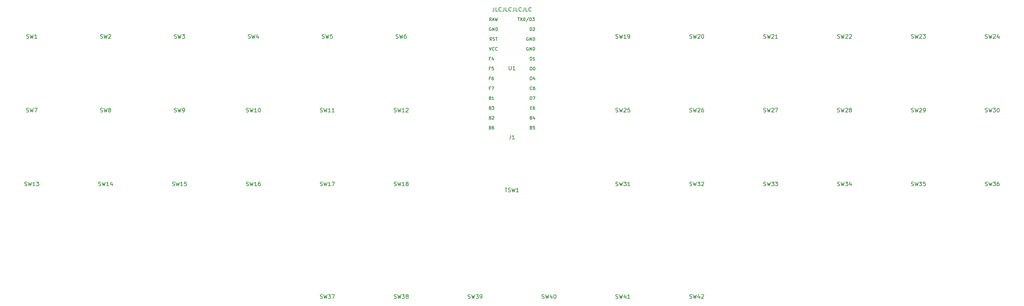
<source format=gto>
G04 #@! TF.GenerationSoftware,KiCad,Pcbnew,(5.1.4)-1*
G04 #@! TF.CreationDate,2021-07-31T15:59:11-04:00*
G04 #@! TF.ProjectId,horizon,686f7269-7a6f-46e2-9e6b-696361645f70,rev?*
G04 #@! TF.SameCoordinates,Original*
G04 #@! TF.FileFunction,Legend,Top*
G04 #@! TF.FilePolarity,Positive*
%FSLAX46Y46*%
G04 Gerber Fmt 4.6, Leading zero omitted, Abs format (unit mm)*
G04 Created by KiCad (PCBNEW (5.1.4)-1) date 2021-07-31 15:59:11*
%MOMM*%
%LPD*%
G04 APERTURE LIST*
%ADD10C,0.150000*%
%ADD11C,1.854600*%
%ADD12R,1.854600X1.854600*%
%ADD13O,1.802000X1.802000*%
%ADD14R,1.802000X1.802000*%
%ADD15C,0.802000*%
%ADD16C,4.502000*%
%ADD17C,1.902000*%
%ADD18C,1.803800*%
%ADD19C,2.400600*%
%ADD20C,4.089800*%
G04 APERTURE END LIST*
D10*
X204380952Y-93952380D02*
X204380952Y-94666666D01*
X204333333Y-94809523D01*
X204238095Y-94904761D01*
X204095238Y-94952380D01*
X204000000Y-94952380D01*
X205333333Y-94952380D02*
X204857142Y-94952380D01*
X204857142Y-93952380D01*
X206238095Y-94857142D02*
X206190476Y-94904761D01*
X206047619Y-94952380D01*
X205952380Y-94952380D01*
X205809523Y-94904761D01*
X205714285Y-94809523D01*
X205666666Y-94714285D01*
X205619047Y-94523809D01*
X205619047Y-94380952D01*
X205666666Y-94190476D01*
X205714285Y-94095238D01*
X205809523Y-94000000D01*
X205952380Y-93952380D01*
X206047619Y-93952380D01*
X206190476Y-94000000D01*
X206238095Y-94047619D01*
X206952380Y-93952380D02*
X206952380Y-94666666D01*
X206904761Y-94809523D01*
X206809523Y-94904761D01*
X206666666Y-94952380D01*
X206571428Y-94952380D01*
X207904761Y-94952380D02*
X207428571Y-94952380D01*
X207428571Y-93952380D01*
X208809523Y-94857142D02*
X208761904Y-94904761D01*
X208619047Y-94952380D01*
X208523809Y-94952380D01*
X208380952Y-94904761D01*
X208285714Y-94809523D01*
X208238095Y-94714285D01*
X208190476Y-94523809D01*
X208190476Y-94380952D01*
X208238095Y-94190476D01*
X208285714Y-94095238D01*
X208380952Y-94000000D01*
X208523809Y-93952380D01*
X208619047Y-93952380D01*
X208761904Y-94000000D01*
X208809523Y-94047619D01*
X209523809Y-93952380D02*
X209523809Y-94666666D01*
X209476190Y-94809523D01*
X209380952Y-94904761D01*
X209238095Y-94952380D01*
X209142857Y-94952380D01*
X210476190Y-94952380D02*
X210000000Y-94952380D01*
X210000000Y-93952380D01*
X211380952Y-94857142D02*
X211333333Y-94904761D01*
X211190476Y-94952380D01*
X211095238Y-94952380D01*
X210952380Y-94904761D01*
X210857142Y-94809523D01*
X210809523Y-94714285D01*
X210761904Y-94523809D01*
X210761904Y-94380952D01*
X210809523Y-94190476D01*
X210857142Y-94095238D01*
X210952380Y-94000000D01*
X211095238Y-93952380D01*
X211190476Y-93952380D01*
X211333333Y-94000000D01*
X211380952Y-94047619D01*
X212095238Y-93952380D02*
X212095238Y-94666666D01*
X212047619Y-94809523D01*
X211952380Y-94904761D01*
X211809523Y-94952380D01*
X211714285Y-94952380D01*
X213047619Y-94952380D02*
X212571428Y-94952380D01*
X212571428Y-93952380D01*
X213952380Y-94857142D02*
X213904761Y-94904761D01*
X213761904Y-94952380D01*
X213666666Y-94952380D01*
X213523809Y-94904761D01*
X213428571Y-94809523D01*
X213380952Y-94714285D01*
X213333333Y-94523809D01*
X213333333Y-94380952D01*
X213380952Y-94190476D01*
X213428571Y-94095238D01*
X213523809Y-94000000D01*
X213666666Y-93952380D01*
X213761904Y-93952380D01*
X213904761Y-94000000D01*
X213952380Y-94047619D01*
X208238095Y-109052380D02*
X208238095Y-109861904D01*
X208285714Y-109957142D01*
X208333333Y-110004761D01*
X208428571Y-110052380D01*
X208619047Y-110052380D01*
X208714285Y-110004761D01*
X208761904Y-109957142D01*
X208809523Y-109861904D01*
X208809523Y-109052380D01*
X209809523Y-110052380D02*
X209238095Y-110052380D01*
X209523809Y-110052380D02*
X209523809Y-109052380D01*
X209428571Y-109195238D01*
X209333333Y-109290476D01*
X209238095Y-109338095D01*
X203782904Y-102471904D02*
X203516238Y-102090952D01*
X203325761Y-102471904D02*
X203325761Y-101671904D01*
X203630523Y-101671904D01*
X203706714Y-101710000D01*
X203744809Y-101748095D01*
X203782904Y-101824285D01*
X203782904Y-101938571D01*
X203744809Y-102014761D01*
X203706714Y-102052857D01*
X203630523Y-102090952D01*
X203325761Y-102090952D01*
X204087666Y-102433809D02*
X204201952Y-102471904D01*
X204392428Y-102471904D01*
X204468619Y-102433809D01*
X204506714Y-102395714D01*
X204544809Y-102319523D01*
X204544809Y-102243333D01*
X204506714Y-102167142D01*
X204468619Y-102129047D01*
X204392428Y-102090952D01*
X204240047Y-102052857D01*
X204163857Y-102014761D01*
X204125761Y-101976666D01*
X204087666Y-101900476D01*
X204087666Y-101824285D01*
X204125761Y-101748095D01*
X204163857Y-101710000D01*
X204240047Y-101671904D01*
X204430523Y-101671904D01*
X204544809Y-101710000D01*
X204773380Y-101671904D02*
X205230523Y-101671904D01*
X205001952Y-102471904D02*
X205001952Y-101671904D01*
X210477651Y-96591904D02*
X210934794Y-96591904D01*
X210706223Y-97391904D02*
X210706223Y-96591904D01*
X211125270Y-96591904D02*
X211658604Y-97391904D01*
X211658604Y-96591904D02*
X211125270Y-97391904D01*
X212115747Y-96591904D02*
X212191937Y-96591904D01*
X212268128Y-96630000D01*
X212306223Y-96668095D01*
X212344318Y-96744285D01*
X212382413Y-96896666D01*
X212382413Y-97087142D01*
X212344318Y-97239523D01*
X212306223Y-97315714D01*
X212268128Y-97353809D01*
X212191937Y-97391904D01*
X212115747Y-97391904D01*
X212039556Y-97353809D01*
X212001461Y-97315714D01*
X211963366Y-97239523D01*
X211925270Y-97087142D01*
X211925270Y-96896666D01*
X211963366Y-96744285D01*
X212001461Y-96668095D01*
X212039556Y-96630000D01*
X212115747Y-96591904D01*
X213296699Y-96553809D02*
X212610985Y-97582380D01*
X213563366Y-97391904D02*
X213563366Y-96591904D01*
X213753842Y-96591904D01*
X213868128Y-96630000D01*
X213944318Y-96706190D01*
X213982413Y-96782380D01*
X214020508Y-96934761D01*
X214020508Y-97049047D01*
X213982413Y-97201428D01*
X213944318Y-97277619D01*
X213868128Y-97353809D01*
X213753842Y-97391904D01*
X213563366Y-97391904D01*
X214287175Y-96591904D02*
X214782413Y-96591904D01*
X214515747Y-96896666D01*
X214630032Y-96896666D01*
X214706223Y-96934761D01*
X214744318Y-96972857D01*
X214782413Y-97049047D01*
X214782413Y-97239523D01*
X214744318Y-97315714D01*
X214706223Y-97353809D01*
X214630032Y-97391904D01*
X214401461Y-97391904D01*
X214325270Y-97353809D01*
X214287175Y-97315714D01*
X213649523Y-99931904D02*
X213649523Y-99131904D01*
X213840000Y-99131904D01*
X213954285Y-99170000D01*
X214030476Y-99246190D01*
X214068571Y-99322380D01*
X214106666Y-99474761D01*
X214106666Y-99589047D01*
X214068571Y-99741428D01*
X214030476Y-99817619D01*
X213954285Y-99893809D01*
X213840000Y-99931904D01*
X213649523Y-99931904D01*
X214411428Y-99208095D02*
X214449523Y-99170000D01*
X214525714Y-99131904D01*
X214716190Y-99131904D01*
X214792380Y-99170000D01*
X214830476Y-99208095D01*
X214868571Y-99284285D01*
X214868571Y-99360476D01*
X214830476Y-99474761D01*
X214373333Y-99931904D01*
X214868571Y-99931904D01*
X213688523Y-110091904D02*
X213688523Y-109291904D01*
X213879000Y-109291904D01*
X213993285Y-109330000D01*
X214069476Y-109406190D01*
X214107571Y-109482380D01*
X214145666Y-109634761D01*
X214145666Y-109749047D01*
X214107571Y-109901428D01*
X214069476Y-109977619D01*
X213993285Y-110053809D01*
X213879000Y-110091904D01*
X213688523Y-110091904D01*
X214640904Y-109291904D02*
X214717095Y-109291904D01*
X214793285Y-109330000D01*
X214831380Y-109368095D01*
X214869476Y-109444285D01*
X214907571Y-109596666D01*
X214907571Y-109787142D01*
X214869476Y-109939523D01*
X214831380Y-110015714D01*
X214793285Y-110053809D01*
X214717095Y-110091904D01*
X214640904Y-110091904D01*
X214564714Y-110053809D01*
X214526619Y-110015714D01*
X214488523Y-109939523D01*
X214450428Y-109787142D01*
X214450428Y-109596666D01*
X214488523Y-109444285D01*
X214526619Y-109368095D01*
X214564714Y-109330000D01*
X214640904Y-109291904D01*
X213688523Y-107551904D02*
X213688523Y-106751904D01*
X213879000Y-106751904D01*
X213993285Y-106790000D01*
X214069476Y-106866190D01*
X214107571Y-106942380D01*
X214145666Y-107094761D01*
X214145666Y-107209047D01*
X214107571Y-107361428D01*
X214069476Y-107437619D01*
X213993285Y-107513809D01*
X213879000Y-107551904D01*
X213688523Y-107551904D01*
X214907571Y-107551904D02*
X214450428Y-107551904D01*
X214679000Y-107551904D02*
X214679000Y-106751904D01*
X214602809Y-106866190D01*
X214526619Y-106942380D01*
X214450428Y-106980476D01*
X213169476Y-104250000D02*
X213093285Y-104211904D01*
X212979000Y-104211904D01*
X212864714Y-104250000D01*
X212788523Y-104326190D01*
X212750428Y-104402380D01*
X212712333Y-104554761D01*
X212712333Y-104669047D01*
X212750428Y-104821428D01*
X212788523Y-104897619D01*
X212864714Y-104973809D01*
X212979000Y-105011904D01*
X213055190Y-105011904D01*
X213169476Y-104973809D01*
X213207571Y-104935714D01*
X213207571Y-104669047D01*
X213055190Y-104669047D01*
X213550428Y-105011904D02*
X213550428Y-104211904D01*
X214007571Y-105011904D01*
X214007571Y-104211904D01*
X214388523Y-105011904D02*
X214388523Y-104211904D01*
X214579000Y-104211904D01*
X214693285Y-104250000D01*
X214769476Y-104326190D01*
X214807571Y-104402380D01*
X214845666Y-104554761D01*
X214845666Y-104669047D01*
X214807571Y-104821428D01*
X214769476Y-104897619D01*
X214693285Y-104973809D01*
X214579000Y-105011904D01*
X214388523Y-105011904D01*
X213169476Y-101710000D02*
X213093285Y-101671904D01*
X212979000Y-101671904D01*
X212864714Y-101710000D01*
X212788523Y-101786190D01*
X212750428Y-101862380D01*
X212712333Y-102014761D01*
X212712333Y-102129047D01*
X212750428Y-102281428D01*
X212788523Y-102357619D01*
X212864714Y-102433809D01*
X212979000Y-102471904D01*
X213055190Y-102471904D01*
X213169476Y-102433809D01*
X213207571Y-102395714D01*
X213207571Y-102129047D01*
X213055190Y-102129047D01*
X213550428Y-102471904D02*
X213550428Y-101671904D01*
X214007571Y-102471904D01*
X214007571Y-101671904D01*
X214388523Y-102471904D02*
X214388523Y-101671904D01*
X214579000Y-101671904D01*
X214693285Y-101710000D01*
X214769476Y-101786190D01*
X214807571Y-101862380D01*
X214845666Y-102014761D01*
X214845666Y-102129047D01*
X214807571Y-102281428D01*
X214769476Y-102357619D01*
X214693285Y-102433809D01*
X214579000Y-102471904D01*
X214388523Y-102471904D01*
X213688523Y-112631904D02*
X213688523Y-111831904D01*
X213879000Y-111831904D01*
X213993285Y-111870000D01*
X214069476Y-111946190D01*
X214107571Y-112022380D01*
X214145666Y-112174761D01*
X214145666Y-112289047D01*
X214107571Y-112441428D01*
X214069476Y-112517619D01*
X213993285Y-112593809D01*
X213879000Y-112631904D01*
X213688523Y-112631904D01*
X214831380Y-112098571D02*
X214831380Y-112631904D01*
X214640904Y-111793809D02*
X214450428Y-112365238D01*
X214945666Y-112365238D01*
X214145666Y-115095714D02*
X214107571Y-115133809D01*
X213993285Y-115171904D01*
X213917095Y-115171904D01*
X213802809Y-115133809D01*
X213726619Y-115057619D01*
X213688523Y-114981428D01*
X213650428Y-114829047D01*
X213650428Y-114714761D01*
X213688523Y-114562380D01*
X213726619Y-114486190D01*
X213802809Y-114410000D01*
X213917095Y-114371904D01*
X213993285Y-114371904D01*
X214107571Y-114410000D01*
X214145666Y-114448095D01*
X214831380Y-114371904D02*
X214679000Y-114371904D01*
X214602809Y-114410000D01*
X214564714Y-114448095D01*
X214488523Y-114562380D01*
X214450428Y-114714761D01*
X214450428Y-115019523D01*
X214488523Y-115095714D01*
X214526619Y-115133809D01*
X214602809Y-115171904D01*
X214755190Y-115171904D01*
X214831380Y-115133809D01*
X214869476Y-115095714D01*
X214907571Y-115019523D01*
X214907571Y-114829047D01*
X214869476Y-114752857D01*
X214831380Y-114714761D01*
X214755190Y-114676666D01*
X214602809Y-114676666D01*
X214526619Y-114714761D01*
X214488523Y-114752857D01*
X214450428Y-114829047D01*
X213688523Y-117711904D02*
X213688523Y-116911904D01*
X213879000Y-116911904D01*
X213993285Y-116950000D01*
X214069476Y-117026190D01*
X214107571Y-117102380D01*
X214145666Y-117254761D01*
X214145666Y-117369047D01*
X214107571Y-117521428D01*
X214069476Y-117597619D01*
X213993285Y-117673809D01*
X213879000Y-117711904D01*
X213688523Y-117711904D01*
X214412333Y-116911904D02*
X214945666Y-116911904D01*
X214602809Y-117711904D01*
X213726619Y-119832857D02*
X213993285Y-119832857D01*
X214107571Y-120251904D02*
X213726619Y-120251904D01*
X213726619Y-119451904D01*
X214107571Y-119451904D01*
X214793285Y-119451904D02*
X214640904Y-119451904D01*
X214564714Y-119490000D01*
X214526619Y-119528095D01*
X214450428Y-119642380D01*
X214412333Y-119794761D01*
X214412333Y-120099523D01*
X214450428Y-120175714D01*
X214488523Y-120213809D01*
X214564714Y-120251904D01*
X214717095Y-120251904D01*
X214793285Y-120213809D01*
X214831380Y-120175714D01*
X214869476Y-120099523D01*
X214869476Y-119909047D01*
X214831380Y-119832857D01*
X214793285Y-119794761D01*
X214717095Y-119756666D01*
X214564714Y-119756666D01*
X214488523Y-119794761D01*
X214450428Y-119832857D01*
X214412333Y-119909047D01*
X213916190Y-122372857D02*
X214030476Y-122410952D01*
X214068571Y-122449047D01*
X214106666Y-122525238D01*
X214106666Y-122639523D01*
X214068571Y-122715714D01*
X214030476Y-122753809D01*
X213954285Y-122791904D01*
X213649523Y-122791904D01*
X213649523Y-121991904D01*
X213916190Y-121991904D01*
X213992380Y-122030000D01*
X214030476Y-122068095D01*
X214068571Y-122144285D01*
X214068571Y-122220476D01*
X214030476Y-122296666D01*
X213992380Y-122334761D01*
X213916190Y-122372857D01*
X213649523Y-122372857D01*
X214792380Y-122258571D02*
X214792380Y-122791904D01*
X214601904Y-121953809D02*
X214411428Y-122525238D01*
X214906666Y-122525238D01*
X213916190Y-124912857D02*
X214030476Y-124950952D01*
X214068571Y-124989047D01*
X214106666Y-125065238D01*
X214106666Y-125179523D01*
X214068571Y-125255714D01*
X214030476Y-125293809D01*
X213954285Y-125331904D01*
X213649523Y-125331904D01*
X213649523Y-124531904D01*
X213916190Y-124531904D01*
X213992380Y-124570000D01*
X214030476Y-124608095D01*
X214068571Y-124684285D01*
X214068571Y-124760476D01*
X214030476Y-124836666D01*
X213992380Y-124874761D01*
X213916190Y-124912857D01*
X213649523Y-124912857D01*
X214830476Y-124531904D02*
X214449523Y-124531904D01*
X214411428Y-124912857D01*
X214449523Y-124874761D01*
X214525714Y-124836666D01*
X214716190Y-124836666D01*
X214792380Y-124874761D01*
X214830476Y-124912857D01*
X214868571Y-124989047D01*
X214868571Y-125179523D01*
X214830476Y-125255714D01*
X214792380Y-125293809D01*
X214716190Y-125331904D01*
X214525714Y-125331904D01*
X214449523Y-125293809D01*
X214411428Y-125255714D01*
X203397190Y-124912857D02*
X203511476Y-124950952D01*
X203549571Y-124989047D01*
X203587666Y-125065238D01*
X203587666Y-125179523D01*
X203549571Y-125255714D01*
X203511476Y-125293809D01*
X203435285Y-125331904D01*
X203130523Y-125331904D01*
X203130523Y-124531904D01*
X203397190Y-124531904D01*
X203473380Y-124570000D01*
X203511476Y-124608095D01*
X203549571Y-124684285D01*
X203549571Y-124760476D01*
X203511476Y-124836666D01*
X203473380Y-124874761D01*
X203397190Y-124912857D01*
X203130523Y-124912857D01*
X204273380Y-124531904D02*
X204121000Y-124531904D01*
X204044809Y-124570000D01*
X204006714Y-124608095D01*
X203930523Y-124722380D01*
X203892428Y-124874761D01*
X203892428Y-125179523D01*
X203930523Y-125255714D01*
X203968619Y-125293809D01*
X204044809Y-125331904D01*
X204197190Y-125331904D01*
X204273380Y-125293809D01*
X204311476Y-125255714D01*
X204349571Y-125179523D01*
X204349571Y-124989047D01*
X204311476Y-124912857D01*
X204273380Y-124874761D01*
X204197190Y-124836666D01*
X204044809Y-124836666D01*
X203968619Y-124874761D01*
X203930523Y-124912857D01*
X203892428Y-124989047D01*
X203397190Y-119832857D02*
X203511476Y-119870952D01*
X203549571Y-119909047D01*
X203587666Y-119985238D01*
X203587666Y-120099523D01*
X203549571Y-120175714D01*
X203511476Y-120213809D01*
X203435285Y-120251904D01*
X203130523Y-120251904D01*
X203130523Y-119451904D01*
X203397190Y-119451904D01*
X203473380Y-119490000D01*
X203511476Y-119528095D01*
X203549571Y-119604285D01*
X203549571Y-119680476D01*
X203511476Y-119756666D01*
X203473380Y-119794761D01*
X203397190Y-119832857D01*
X203130523Y-119832857D01*
X203854333Y-119451904D02*
X204349571Y-119451904D01*
X204082904Y-119756666D01*
X204197190Y-119756666D01*
X204273380Y-119794761D01*
X204311476Y-119832857D01*
X204349571Y-119909047D01*
X204349571Y-120099523D01*
X204311476Y-120175714D01*
X204273380Y-120213809D01*
X204197190Y-120251904D01*
X203968619Y-120251904D01*
X203892428Y-120213809D01*
X203854333Y-120175714D01*
X203397190Y-117292857D02*
X203511476Y-117330952D01*
X203549571Y-117369047D01*
X203587666Y-117445238D01*
X203587666Y-117559523D01*
X203549571Y-117635714D01*
X203511476Y-117673809D01*
X203435285Y-117711904D01*
X203130523Y-117711904D01*
X203130523Y-116911904D01*
X203397190Y-116911904D01*
X203473380Y-116950000D01*
X203511476Y-116988095D01*
X203549571Y-117064285D01*
X203549571Y-117140476D01*
X203511476Y-117216666D01*
X203473380Y-117254761D01*
X203397190Y-117292857D01*
X203130523Y-117292857D01*
X204349571Y-117711904D02*
X203892428Y-117711904D01*
X204121000Y-117711904D02*
X204121000Y-116911904D01*
X204044809Y-117026190D01*
X203968619Y-117102380D01*
X203892428Y-117140476D01*
X203454333Y-107132857D02*
X203187666Y-107132857D01*
X203187666Y-107551904D02*
X203187666Y-106751904D01*
X203568619Y-106751904D01*
X204216238Y-107018571D02*
X204216238Y-107551904D01*
X204025761Y-106713809D02*
X203835285Y-107285238D01*
X204330523Y-107285238D01*
X203154333Y-104211904D02*
X203421000Y-105011904D01*
X203687666Y-104211904D01*
X204411476Y-104935714D02*
X204373380Y-104973809D01*
X204259095Y-105011904D01*
X204182904Y-105011904D01*
X204068619Y-104973809D01*
X203992428Y-104897619D01*
X203954333Y-104821428D01*
X203916238Y-104669047D01*
X203916238Y-104554761D01*
X203954333Y-104402380D01*
X203992428Y-104326190D01*
X204068619Y-104250000D01*
X204182904Y-104211904D01*
X204259095Y-104211904D01*
X204373380Y-104250000D01*
X204411476Y-104288095D01*
X205211476Y-104935714D02*
X205173380Y-104973809D01*
X205059095Y-105011904D01*
X204982904Y-105011904D01*
X204868619Y-104973809D01*
X204792428Y-104897619D01*
X204754333Y-104821428D01*
X204716238Y-104669047D01*
X204716238Y-104554761D01*
X204754333Y-104402380D01*
X204792428Y-104326190D01*
X204868619Y-104250000D01*
X204982904Y-104211904D01*
X205059095Y-104211904D01*
X205173380Y-104250000D01*
X205211476Y-104288095D01*
X203611476Y-99170000D02*
X203535285Y-99131904D01*
X203421000Y-99131904D01*
X203306714Y-99170000D01*
X203230523Y-99246190D01*
X203192428Y-99322380D01*
X203154333Y-99474761D01*
X203154333Y-99589047D01*
X203192428Y-99741428D01*
X203230523Y-99817619D01*
X203306714Y-99893809D01*
X203421000Y-99931904D01*
X203497190Y-99931904D01*
X203611476Y-99893809D01*
X203649571Y-99855714D01*
X203649571Y-99589047D01*
X203497190Y-99589047D01*
X203992428Y-99931904D02*
X203992428Y-99131904D01*
X204449571Y-99931904D01*
X204449571Y-99131904D01*
X204830523Y-99931904D02*
X204830523Y-99131904D01*
X205021000Y-99131904D01*
X205135285Y-99170000D01*
X205211476Y-99246190D01*
X205249571Y-99322380D01*
X205287666Y-99474761D01*
X205287666Y-99589047D01*
X205249571Y-99741428D01*
X205211476Y-99817619D01*
X205135285Y-99893809D01*
X205021000Y-99931904D01*
X204830523Y-99931904D01*
X203668619Y-97391904D02*
X203401952Y-97010952D01*
X203211476Y-97391904D02*
X203211476Y-96591904D01*
X203516238Y-96591904D01*
X203592428Y-96630000D01*
X203630523Y-96668095D01*
X203668619Y-96744285D01*
X203668619Y-96858571D01*
X203630523Y-96934761D01*
X203592428Y-96972857D01*
X203516238Y-97010952D01*
X203211476Y-97010952D01*
X203973380Y-97163333D02*
X204354333Y-97163333D01*
X203897190Y-97391904D02*
X204163857Y-96591904D01*
X204430523Y-97391904D01*
X204621000Y-96591904D02*
X204811476Y-97391904D01*
X204963857Y-96820476D01*
X205116238Y-97391904D01*
X205306714Y-96591904D01*
X203454333Y-109672857D02*
X203187666Y-109672857D01*
X203187666Y-110091904D02*
X203187666Y-109291904D01*
X203568619Y-109291904D01*
X204254333Y-109291904D02*
X203873380Y-109291904D01*
X203835285Y-109672857D01*
X203873380Y-109634761D01*
X203949571Y-109596666D01*
X204140047Y-109596666D01*
X204216238Y-109634761D01*
X204254333Y-109672857D01*
X204292428Y-109749047D01*
X204292428Y-109939523D01*
X204254333Y-110015714D01*
X204216238Y-110053809D01*
X204140047Y-110091904D01*
X203949571Y-110091904D01*
X203873380Y-110053809D01*
X203835285Y-110015714D01*
X203454333Y-112212857D02*
X203187666Y-112212857D01*
X203187666Y-112631904D02*
X203187666Y-111831904D01*
X203568619Y-111831904D01*
X204216238Y-111831904D02*
X204063857Y-111831904D01*
X203987666Y-111870000D01*
X203949571Y-111908095D01*
X203873380Y-112022380D01*
X203835285Y-112174761D01*
X203835285Y-112479523D01*
X203873380Y-112555714D01*
X203911476Y-112593809D01*
X203987666Y-112631904D01*
X204140047Y-112631904D01*
X204216238Y-112593809D01*
X204254333Y-112555714D01*
X204292428Y-112479523D01*
X204292428Y-112289047D01*
X204254333Y-112212857D01*
X204216238Y-112174761D01*
X204140047Y-112136666D01*
X203987666Y-112136666D01*
X203911476Y-112174761D01*
X203873380Y-112212857D01*
X203835285Y-112289047D01*
X203454333Y-114752857D02*
X203187666Y-114752857D01*
X203187666Y-115171904D02*
X203187666Y-114371904D01*
X203568619Y-114371904D01*
X203797190Y-114371904D02*
X204330523Y-114371904D01*
X203987666Y-115171904D01*
X203397190Y-122372857D02*
X203511476Y-122410952D01*
X203549571Y-122449047D01*
X203587666Y-122525238D01*
X203587666Y-122639523D01*
X203549571Y-122715714D01*
X203511476Y-122753809D01*
X203435285Y-122791904D01*
X203130523Y-122791904D01*
X203130523Y-121991904D01*
X203397190Y-121991904D01*
X203473380Y-122030000D01*
X203511476Y-122068095D01*
X203549571Y-122144285D01*
X203549571Y-122220476D01*
X203511476Y-122296666D01*
X203473380Y-122334761D01*
X203397190Y-122372857D01*
X203130523Y-122372857D01*
X203892428Y-122068095D02*
X203930523Y-122030000D01*
X204006714Y-121991904D01*
X204197190Y-121991904D01*
X204273380Y-122030000D01*
X204311476Y-122068095D01*
X204349571Y-122144285D01*
X204349571Y-122220476D01*
X204311476Y-122334761D01*
X203854333Y-122791904D01*
X204349571Y-122791904D01*
X208666666Y-126852380D02*
X208666666Y-127566666D01*
X208619047Y-127709523D01*
X208523809Y-127804761D01*
X208380952Y-127852380D01*
X208285714Y-127852380D01*
X209666666Y-127852380D02*
X209095238Y-127852380D01*
X209380952Y-127852380D02*
X209380952Y-126852380D01*
X209285714Y-126995238D01*
X209190476Y-127090476D01*
X209095238Y-127138095D01*
X207190476Y-140452380D02*
X207761904Y-140452380D01*
X207476190Y-141452380D02*
X207476190Y-140452380D01*
X208047619Y-141404761D02*
X208190476Y-141452380D01*
X208428571Y-141452380D01*
X208523809Y-141404761D01*
X208571428Y-141357142D01*
X208619047Y-141261904D01*
X208619047Y-141166666D01*
X208571428Y-141071428D01*
X208523809Y-141023809D01*
X208428571Y-140976190D01*
X208238095Y-140928571D01*
X208142857Y-140880952D01*
X208095238Y-140833333D01*
X208047619Y-140738095D01*
X208047619Y-140642857D01*
X208095238Y-140547619D01*
X208142857Y-140500000D01*
X208238095Y-140452380D01*
X208476190Y-140452380D01*
X208619047Y-140500000D01*
X208952380Y-140452380D02*
X209190476Y-141452380D01*
X209380952Y-140738095D01*
X209571428Y-141452380D01*
X209809523Y-140452380D01*
X210714285Y-141452380D02*
X210142857Y-141452380D01*
X210428571Y-141452380D02*
X210428571Y-140452380D01*
X210333333Y-140595238D01*
X210238095Y-140690476D01*
X210142857Y-140738095D01*
X179166666Y-101856761D02*
X179309523Y-101904380D01*
X179547619Y-101904380D01*
X179642857Y-101856761D01*
X179690476Y-101809142D01*
X179738095Y-101713904D01*
X179738095Y-101618666D01*
X179690476Y-101523428D01*
X179642857Y-101475809D01*
X179547619Y-101428190D01*
X179357142Y-101380571D01*
X179261904Y-101332952D01*
X179214285Y-101285333D01*
X179166666Y-101190095D01*
X179166666Y-101094857D01*
X179214285Y-100999619D01*
X179261904Y-100952000D01*
X179357142Y-100904380D01*
X179595238Y-100904380D01*
X179738095Y-100952000D01*
X180071428Y-100904380D02*
X180309523Y-101904380D01*
X180500000Y-101190095D01*
X180690476Y-101904380D01*
X180928571Y-100904380D01*
X181738095Y-100904380D02*
X181547619Y-100904380D01*
X181452380Y-100952000D01*
X181404761Y-100999619D01*
X181309523Y-101142476D01*
X181261904Y-101332952D01*
X181261904Y-101713904D01*
X181309523Y-101809142D01*
X181357142Y-101856761D01*
X181452380Y-101904380D01*
X181642857Y-101904380D01*
X181738095Y-101856761D01*
X181785714Y-101809142D01*
X181833333Y-101713904D01*
X181833333Y-101475809D01*
X181785714Y-101380571D01*
X181738095Y-101332952D01*
X181642857Y-101285333D01*
X181452380Y-101285333D01*
X181357142Y-101332952D01*
X181309523Y-101380571D01*
X181261904Y-101475809D01*
X254690476Y-168856761D02*
X254833333Y-168904380D01*
X255071428Y-168904380D01*
X255166666Y-168856761D01*
X255214285Y-168809142D01*
X255261904Y-168713904D01*
X255261904Y-168618666D01*
X255214285Y-168523428D01*
X255166666Y-168475809D01*
X255071428Y-168428190D01*
X254880952Y-168380571D01*
X254785714Y-168332952D01*
X254738095Y-168285333D01*
X254690476Y-168190095D01*
X254690476Y-168094857D01*
X254738095Y-167999619D01*
X254785714Y-167952000D01*
X254880952Y-167904380D01*
X255119047Y-167904380D01*
X255261904Y-167952000D01*
X255595238Y-167904380D02*
X255833333Y-168904380D01*
X256023809Y-168190095D01*
X256214285Y-168904380D01*
X256452380Y-167904380D01*
X257261904Y-168237714D02*
X257261904Y-168904380D01*
X257023809Y-167856761D02*
X256785714Y-168571047D01*
X257404761Y-168571047D01*
X257738095Y-167999619D02*
X257785714Y-167952000D01*
X257880952Y-167904380D01*
X258119047Y-167904380D01*
X258214285Y-167952000D01*
X258261904Y-167999619D01*
X258309523Y-168094857D01*
X258309523Y-168190095D01*
X258261904Y-168332952D01*
X257690476Y-168904380D01*
X258309523Y-168904380D01*
X235690476Y-168856761D02*
X235833333Y-168904380D01*
X236071428Y-168904380D01*
X236166666Y-168856761D01*
X236214285Y-168809142D01*
X236261904Y-168713904D01*
X236261904Y-168618666D01*
X236214285Y-168523428D01*
X236166666Y-168475809D01*
X236071428Y-168428190D01*
X235880952Y-168380571D01*
X235785714Y-168332952D01*
X235738095Y-168285333D01*
X235690476Y-168190095D01*
X235690476Y-168094857D01*
X235738095Y-167999619D01*
X235785714Y-167952000D01*
X235880952Y-167904380D01*
X236119047Y-167904380D01*
X236261904Y-167952000D01*
X236595238Y-167904380D02*
X236833333Y-168904380D01*
X237023809Y-168190095D01*
X237214285Y-168904380D01*
X237452380Y-167904380D01*
X238261904Y-168237714D02*
X238261904Y-168904380D01*
X238023809Y-167856761D02*
X237785714Y-168571047D01*
X238404761Y-168571047D01*
X239309523Y-168904380D02*
X238738095Y-168904380D01*
X239023809Y-168904380D02*
X239023809Y-167904380D01*
X238928571Y-168047238D01*
X238833333Y-168142476D01*
X238738095Y-168190095D01*
X216690476Y-168856761D02*
X216833333Y-168904380D01*
X217071428Y-168904380D01*
X217166666Y-168856761D01*
X217214285Y-168809142D01*
X217261904Y-168713904D01*
X217261904Y-168618666D01*
X217214285Y-168523428D01*
X217166666Y-168475809D01*
X217071428Y-168428190D01*
X216880952Y-168380571D01*
X216785714Y-168332952D01*
X216738095Y-168285333D01*
X216690476Y-168190095D01*
X216690476Y-168094857D01*
X216738095Y-167999619D01*
X216785714Y-167952000D01*
X216880952Y-167904380D01*
X217119047Y-167904380D01*
X217261904Y-167952000D01*
X217595238Y-167904380D02*
X217833333Y-168904380D01*
X218023809Y-168190095D01*
X218214285Y-168904380D01*
X218452380Y-167904380D01*
X219261904Y-168237714D02*
X219261904Y-168904380D01*
X219023809Y-167856761D02*
X218785714Y-168571047D01*
X219404761Y-168571047D01*
X219976190Y-167904380D02*
X220071428Y-167904380D01*
X220166666Y-167952000D01*
X220214285Y-167999619D01*
X220261904Y-168094857D01*
X220309523Y-168285333D01*
X220309523Y-168523428D01*
X220261904Y-168713904D01*
X220214285Y-168809142D01*
X220166666Y-168856761D01*
X220071428Y-168904380D01*
X219976190Y-168904380D01*
X219880952Y-168856761D01*
X219833333Y-168809142D01*
X219785714Y-168713904D01*
X219738095Y-168523428D01*
X219738095Y-168285333D01*
X219785714Y-168094857D01*
X219833333Y-167999619D01*
X219880952Y-167952000D01*
X219976190Y-167904380D01*
X197690476Y-168856761D02*
X197833333Y-168904380D01*
X198071428Y-168904380D01*
X198166666Y-168856761D01*
X198214285Y-168809142D01*
X198261904Y-168713904D01*
X198261904Y-168618666D01*
X198214285Y-168523428D01*
X198166666Y-168475809D01*
X198071428Y-168428190D01*
X197880952Y-168380571D01*
X197785714Y-168332952D01*
X197738095Y-168285333D01*
X197690476Y-168190095D01*
X197690476Y-168094857D01*
X197738095Y-167999619D01*
X197785714Y-167952000D01*
X197880952Y-167904380D01*
X198119047Y-167904380D01*
X198261904Y-167952000D01*
X198595238Y-167904380D02*
X198833333Y-168904380D01*
X199023809Y-168190095D01*
X199214285Y-168904380D01*
X199452380Y-167904380D01*
X199738095Y-167904380D02*
X200357142Y-167904380D01*
X200023809Y-168285333D01*
X200166666Y-168285333D01*
X200261904Y-168332952D01*
X200309523Y-168380571D01*
X200357142Y-168475809D01*
X200357142Y-168713904D01*
X200309523Y-168809142D01*
X200261904Y-168856761D01*
X200166666Y-168904380D01*
X199880952Y-168904380D01*
X199785714Y-168856761D01*
X199738095Y-168809142D01*
X200833333Y-168904380D02*
X201023809Y-168904380D01*
X201119047Y-168856761D01*
X201166666Y-168809142D01*
X201261904Y-168666285D01*
X201309523Y-168475809D01*
X201309523Y-168094857D01*
X201261904Y-167999619D01*
X201214285Y-167952000D01*
X201119047Y-167904380D01*
X200928571Y-167904380D01*
X200833333Y-167952000D01*
X200785714Y-167999619D01*
X200738095Y-168094857D01*
X200738095Y-168332952D01*
X200785714Y-168428190D01*
X200833333Y-168475809D01*
X200928571Y-168523428D01*
X201119047Y-168523428D01*
X201214285Y-168475809D01*
X201261904Y-168428190D01*
X201309523Y-168332952D01*
X178690476Y-168856761D02*
X178833333Y-168904380D01*
X179071428Y-168904380D01*
X179166666Y-168856761D01*
X179214285Y-168809142D01*
X179261904Y-168713904D01*
X179261904Y-168618666D01*
X179214285Y-168523428D01*
X179166666Y-168475809D01*
X179071428Y-168428190D01*
X178880952Y-168380571D01*
X178785714Y-168332952D01*
X178738095Y-168285333D01*
X178690476Y-168190095D01*
X178690476Y-168094857D01*
X178738095Y-167999619D01*
X178785714Y-167952000D01*
X178880952Y-167904380D01*
X179119047Y-167904380D01*
X179261904Y-167952000D01*
X179595238Y-167904380D02*
X179833333Y-168904380D01*
X180023809Y-168190095D01*
X180214285Y-168904380D01*
X180452380Y-167904380D01*
X180738095Y-167904380D02*
X181357142Y-167904380D01*
X181023809Y-168285333D01*
X181166666Y-168285333D01*
X181261904Y-168332952D01*
X181309523Y-168380571D01*
X181357142Y-168475809D01*
X181357142Y-168713904D01*
X181309523Y-168809142D01*
X181261904Y-168856761D01*
X181166666Y-168904380D01*
X180880952Y-168904380D01*
X180785714Y-168856761D01*
X180738095Y-168809142D01*
X181928571Y-168332952D02*
X181833333Y-168285333D01*
X181785714Y-168237714D01*
X181738095Y-168142476D01*
X181738095Y-168094857D01*
X181785714Y-167999619D01*
X181833333Y-167952000D01*
X181928571Y-167904380D01*
X182119047Y-167904380D01*
X182214285Y-167952000D01*
X182261904Y-167999619D01*
X182309523Y-168094857D01*
X182309523Y-168142476D01*
X182261904Y-168237714D01*
X182214285Y-168285333D01*
X182119047Y-168332952D01*
X181928571Y-168332952D01*
X181833333Y-168380571D01*
X181785714Y-168428190D01*
X181738095Y-168523428D01*
X181738095Y-168713904D01*
X181785714Y-168809142D01*
X181833333Y-168856761D01*
X181928571Y-168904380D01*
X182119047Y-168904380D01*
X182214285Y-168856761D01*
X182261904Y-168809142D01*
X182309523Y-168713904D01*
X182309523Y-168523428D01*
X182261904Y-168428190D01*
X182214285Y-168380571D01*
X182119047Y-168332952D01*
X159690476Y-168856761D02*
X159833333Y-168904380D01*
X160071428Y-168904380D01*
X160166666Y-168856761D01*
X160214285Y-168809142D01*
X160261904Y-168713904D01*
X160261904Y-168618666D01*
X160214285Y-168523428D01*
X160166666Y-168475809D01*
X160071428Y-168428190D01*
X159880952Y-168380571D01*
X159785714Y-168332952D01*
X159738095Y-168285333D01*
X159690476Y-168190095D01*
X159690476Y-168094857D01*
X159738095Y-167999619D01*
X159785714Y-167952000D01*
X159880952Y-167904380D01*
X160119047Y-167904380D01*
X160261904Y-167952000D01*
X160595238Y-167904380D02*
X160833333Y-168904380D01*
X161023809Y-168190095D01*
X161214285Y-168904380D01*
X161452380Y-167904380D01*
X161738095Y-167904380D02*
X162357142Y-167904380D01*
X162023809Y-168285333D01*
X162166666Y-168285333D01*
X162261904Y-168332952D01*
X162309523Y-168380571D01*
X162357142Y-168475809D01*
X162357142Y-168713904D01*
X162309523Y-168809142D01*
X162261904Y-168856761D01*
X162166666Y-168904380D01*
X161880952Y-168904380D01*
X161785714Y-168856761D01*
X161738095Y-168809142D01*
X162690476Y-167904380D02*
X163357142Y-167904380D01*
X162928571Y-168904380D01*
X330690476Y-139856761D02*
X330833333Y-139904380D01*
X331071428Y-139904380D01*
X331166666Y-139856761D01*
X331214285Y-139809142D01*
X331261904Y-139713904D01*
X331261904Y-139618666D01*
X331214285Y-139523428D01*
X331166666Y-139475809D01*
X331071428Y-139428190D01*
X330880952Y-139380571D01*
X330785714Y-139332952D01*
X330738095Y-139285333D01*
X330690476Y-139190095D01*
X330690476Y-139094857D01*
X330738095Y-138999619D01*
X330785714Y-138952000D01*
X330880952Y-138904380D01*
X331119047Y-138904380D01*
X331261904Y-138952000D01*
X331595238Y-138904380D02*
X331833333Y-139904380D01*
X332023809Y-139190095D01*
X332214285Y-139904380D01*
X332452380Y-138904380D01*
X332738095Y-138904380D02*
X333357142Y-138904380D01*
X333023809Y-139285333D01*
X333166666Y-139285333D01*
X333261904Y-139332952D01*
X333309523Y-139380571D01*
X333357142Y-139475809D01*
X333357142Y-139713904D01*
X333309523Y-139809142D01*
X333261904Y-139856761D01*
X333166666Y-139904380D01*
X332880952Y-139904380D01*
X332785714Y-139856761D01*
X332738095Y-139809142D01*
X334214285Y-138904380D02*
X334023809Y-138904380D01*
X333928571Y-138952000D01*
X333880952Y-138999619D01*
X333785714Y-139142476D01*
X333738095Y-139332952D01*
X333738095Y-139713904D01*
X333785714Y-139809142D01*
X333833333Y-139856761D01*
X333928571Y-139904380D01*
X334119047Y-139904380D01*
X334214285Y-139856761D01*
X334261904Y-139809142D01*
X334309523Y-139713904D01*
X334309523Y-139475809D01*
X334261904Y-139380571D01*
X334214285Y-139332952D01*
X334119047Y-139285333D01*
X333928571Y-139285333D01*
X333833333Y-139332952D01*
X333785714Y-139380571D01*
X333738095Y-139475809D01*
X311690476Y-139856761D02*
X311833333Y-139904380D01*
X312071428Y-139904380D01*
X312166666Y-139856761D01*
X312214285Y-139809142D01*
X312261904Y-139713904D01*
X312261904Y-139618666D01*
X312214285Y-139523428D01*
X312166666Y-139475809D01*
X312071428Y-139428190D01*
X311880952Y-139380571D01*
X311785714Y-139332952D01*
X311738095Y-139285333D01*
X311690476Y-139190095D01*
X311690476Y-139094857D01*
X311738095Y-138999619D01*
X311785714Y-138952000D01*
X311880952Y-138904380D01*
X312119047Y-138904380D01*
X312261904Y-138952000D01*
X312595238Y-138904380D02*
X312833333Y-139904380D01*
X313023809Y-139190095D01*
X313214285Y-139904380D01*
X313452380Y-138904380D01*
X313738095Y-138904380D02*
X314357142Y-138904380D01*
X314023809Y-139285333D01*
X314166666Y-139285333D01*
X314261904Y-139332952D01*
X314309523Y-139380571D01*
X314357142Y-139475809D01*
X314357142Y-139713904D01*
X314309523Y-139809142D01*
X314261904Y-139856761D01*
X314166666Y-139904380D01*
X313880952Y-139904380D01*
X313785714Y-139856761D01*
X313738095Y-139809142D01*
X315261904Y-138904380D02*
X314785714Y-138904380D01*
X314738095Y-139380571D01*
X314785714Y-139332952D01*
X314880952Y-139285333D01*
X315119047Y-139285333D01*
X315214285Y-139332952D01*
X315261904Y-139380571D01*
X315309523Y-139475809D01*
X315309523Y-139713904D01*
X315261904Y-139809142D01*
X315214285Y-139856761D01*
X315119047Y-139904380D01*
X314880952Y-139904380D01*
X314785714Y-139856761D01*
X314738095Y-139809142D01*
X292690476Y-139856761D02*
X292833333Y-139904380D01*
X293071428Y-139904380D01*
X293166666Y-139856761D01*
X293214285Y-139809142D01*
X293261904Y-139713904D01*
X293261904Y-139618666D01*
X293214285Y-139523428D01*
X293166666Y-139475809D01*
X293071428Y-139428190D01*
X292880952Y-139380571D01*
X292785714Y-139332952D01*
X292738095Y-139285333D01*
X292690476Y-139190095D01*
X292690476Y-139094857D01*
X292738095Y-138999619D01*
X292785714Y-138952000D01*
X292880952Y-138904380D01*
X293119047Y-138904380D01*
X293261904Y-138952000D01*
X293595238Y-138904380D02*
X293833333Y-139904380D01*
X294023809Y-139190095D01*
X294214285Y-139904380D01*
X294452380Y-138904380D01*
X294738095Y-138904380D02*
X295357142Y-138904380D01*
X295023809Y-139285333D01*
X295166666Y-139285333D01*
X295261904Y-139332952D01*
X295309523Y-139380571D01*
X295357142Y-139475809D01*
X295357142Y-139713904D01*
X295309523Y-139809142D01*
X295261904Y-139856761D01*
X295166666Y-139904380D01*
X294880952Y-139904380D01*
X294785714Y-139856761D01*
X294738095Y-139809142D01*
X296214285Y-139237714D02*
X296214285Y-139904380D01*
X295976190Y-138856761D02*
X295738095Y-139571047D01*
X296357142Y-139571047D01*
X273690476Y-139856761D02*
X273833333Y-139904380D01*
X274071428Y-139904380D01*
X274166666Y-139856761D01*
X274214285Y-139809142D01*
X274261904Y-139713904D01*
X274261904Y-139618666D01*
X274214285Y-139523428D01*
X274166666Y-139475809D01*
X274071428Y-139428190D01*
X273880952Y-139380571D01*
X273785714Y-139332952D01*
X273738095Y-139285333D01*
X273690476Y-139190095D01*
X273690476Y-139094857D01*
X273738095Y-138999619D01*
X273785714Y-138952000D01*
X273880952Y-138904380D01*
X274119047Y-138904380D01*
X274261904Y-138952000D01*
X274595238Y-138904380D02*
X274833333Y-139904380D01*
X275023809Y-139190095D01*
X275214285Y-139904380D01*
X275452380Y-138904380D01*
X275738095Y-138904380D02*
X276357142Y-138904380D01*
X276023809Y-139285333D01*
X276166666Y-139285333D01*
X276261904Y-139332952D01*
X276309523Y-139380571D01*
X276357142Y-139475809D01*
X276357142Y-139713904D01*
X276309523Y-139809142D01*
X276261904Y-139856761D01*
X276166666Y-139904380D01*
X275880952Y-139904380D01*
X275785714Y-139856761D01*
X275738095Y-139809142D01*
X276690476Y-138904380D02*
X277309523Y-138904380D01*
X276976190Y-139285333D01*
X277119047Y-139285333D01*
X277214285Y-139332952D01*
X277261904Y-139380571D01*
X277309523Y-139475809D01*
X277309523Y-139713904D01*
X277261904Y-139809142D01*
X277214285Y-139856761D01*
X277119047Y-139904380D01*
X276833333Y-139904380D01*
X276738095Y-139856761D01*
X276690476Y-139809142D01*
X254690476Y-139856761D02*
X254833333Y-139904380D01*
X255071428Y-139904380D01*
X255166666Y-139856761D01*
X255214285Y-139809142D01*
X255261904Y-139713904D01*
X255261904Y-139618666D01*
X255214285Y-139523428D01*
X255166666Y-139475809D01*
X255071428Y-139428190D01*
X254880952Y-139380571D01*
X254785714Y-139332952D01*
X254738095Y-139285333D01*
X254690476Y-139190095D01*
X254690476Y-139094857D01*
X254738095Y-138999619D01*
X254785714Y-138952000D01*
X254880952Y-138904380D01*
X255119047Y-138904380D01*
X255261904Y-138952000D01*
X255595238Y-138904380D02*
X255833333Y-139904380D01*
X256023809Y-139190095D01*
X256214285Y-139904380D01*
X256452380Y-138904380D01*
X256738095Y-138904380D02*
X257357142Y-138904380D01*
X257023809Y-139285333D01*
X257166666Y-139285333D01*
X257261904Y-139332952D01*
X257309523Y-139380571D01*
X257357142Y-139475809D01*
X257357142Y-139713904D01*
X257309523Y-139809142D01*
X257261904Y-139856761D01*
X257166666Y-139904380D01*
X256880952Y-139904380D01*
X256785714Y-139856761D01*
X256738095Y-139809142D01*
X257738095Y-138999619D02*
X257785714Y-138952000D01*
X257880952Y-138904380D01*
X258119047Y-138904380D01*
X258214285Y-138952000D01*
X258261904Y-138999619D01*
X258309523Y-139094857D01*
X258309523Y-139190095D01*
X258261904Y-139332952D01*
X257690476Y-139904380D01*
X258309523Y-139904380D01*
X235690476Y-139856761D02*
X235833333Y-139904380D01*
X236071428Y-139904380D01*
X236166666Y-139856761D01*
X236214285Y-139809142D01*
X236261904Y-139713904D01*
X236261904Y-139618666D01*
X236214285Y-139523428D01*
X236166666Y-139475809D01*
X236071428Y-139428190D01*
X235880952Y-139380571D01*
X235785714Y-139332952D01*
X235738095Y-139285333D01*
X235690476Y-139190095D01*
X235690476Y-139094857D01*
X235738095Y-138999619D01*
X235785714Y-138952000D01*
X235880952Y-138904380D01*
X236119047Y-138904380D01*
X236261904Y-138952000D01*
X236595238Y-138904380D02*
X236833333Y-139904380D01*
X237023809Y-139190095D01*
X237214285Y-139904380D01*
X237452380Y-138904380D01*
X237738095Y-138904380D02*
X238357142Y-138904380D01*
X238023809Y-139285333D01*
X238166666Y-139285333D01*
X238261904Y-139332952D01*
X238309523Y-139380571D01*
X238357142Y-139475809D01*
X238357142Y-139713904D01*
X238309523Y-139809142D01*
X238261904Y-139856761D01*
X238166666Y-139904380D01*
X237880952Y-139904380D01*
X237785714Y-139856761D01*
X237738095Y-139809142D01*
X239309523Y-139904380D02*
X238738095Y-139904380D01*
X239023809Y-139904380D02*
X239023809Y-138904380D01*
X238928571Y-139047238D01*
X238833333Y-139142476D01*
X238738095Y-139190095D01*
X330690476Y-120856761D02*
X330833333Y-120904380D01*
X331071428Y-120904380D01*
X331166666Y-120856761D01*
X331214285Y-120809142D01*
X331261904Y-120713904D01*
X331261904Y-120618666D01*
X331214285Y-120523428D01*
X331166666Y-120475809D01*
X331071428Y-120428190D01*
X330880952Y-120380571D01*
X330785714Y-120332952D01*
X330738095Y-120285333D01*
X330690476Y-120190095D01*
X330690476Y-120094857D01*
X330738095Y-119999619D01*
X330785714Y-119952000D01*
X330880952Y-119904380D01*
X331119047Y-119904380D01*
X331261904Y-119952000D01*
X331595238Y-119904380D02*
X331833333Y-120904380D01*
X332023809Y-120190095D01*
X332214285Y-120904380D01*
X332452380Y-119904380D01*
X332738095Y-119904380D02*
X333357142Y-119904380D01*
X333023809Y-120285333D01*
X333166666Y-120285333D01*
X333261904Y-120332952D01*
X333309523Y-120380571D01*
X333357142Y-120475809D01*
X333357142Y-120713904D01*
X333309523Y-120809142D01*
X333261904Y-120856761D01*
X333166666Y-120904380D01*
X332880952Y-120904380D01*
X332785714Y-120856761D01*
X332738095Y-120809142D01*
X333976190Y-119904380D02*
X334071428Y-119904380D01*
X334166666Y-119952000D01*
X334214285Y-119999619D01*
X334261904Y-120094857D01*
X334309523Y-120285333D01*
X334309523Y-120523428D01*
X334261904Y-120713904D01*
X334214285Y-120809142D01*
X334166666Y-120856761D01*
X334071428Y-120904380D01*
X333976190Y-120904380D01*
X333880952Y-120856761D01*
X333833333Y-120809142D01*
X333785714Y-120713904D01*
X333738095Y-120523428D01*
X333738095Y-120285333D01*
X333785714Y-120094857D01*
X333833333Y-119999619D01*
X333880952Y-119952000D01*
X333976190Y-119904380D01*
X311690476Y-120856761D02*
X311833333Y-120904380D01*
X312071428Y-120904380D01*
X312166666Y-120856761D01*
X312214285Y-120809142D01*
X312261904Y-120713904D01*
X312261904Y-120618666D01*
X312214285Y-120523428D01*
X312166666Y-120475809D01*
X312071428Y-120428190D01*
X311880952Y-120380571D01*
X311785714Y-120332952D01*
X311738095Y-120285333D01*
X311690476Y-120190095D01*
X311690476Y-120094857D01*
X311738095Y-119999619D01*
X311785714Y-119952000D01*
X311880952Y-119904380D01*
X312119047Y-119904380D01*
X312261904Y-119952000D01*
X312595238Y-119904380D02*
X312833333Y-120904380D01*
X313023809Y-120190095D01*
X313214285Y-120904380D01*
X313452380Y-119904380D01*
X313785714Y-119999619D02*
X313833333Y-119952000D01*
X313928571Y-119904380D01*
X314166666Y-119904380D01*
X314261904Y-119952000D01*
X314309523Y-119999619D01*
X314357142Y-120094857D01*
X314357142Y-120190095D01*
X314309523Y-120332952D01*
X313738095Y-120904380D01*
X314357142Y-120904380D01*
X314833333Y-120904380D02*
X315023809Y-120904380D01*
X315119047Y-120856761D01*
X315166666Y-120809142D01*
X315261904Y-120666285D01*
X315309523Y-120475809D01*
X315309523Y-120094857D01*
X315261904Y-119999619D01*
X315214285Y-119952000D01*
X315119047Y-119904380D01*
X314928571Y-119904380D01*
X314833333Y-119952000D01*
X314785714Y-119999619D01*
X314738095Y-120094857D01*
X314738095Y-120332952D01*
X314785714Y-120428190D01*
X314833333Y-120475809D01*
X314928571Y-120523428D01*
X315119047Y-120523428D01*
X315214285Y-120475809D01*
X315261904Y-120428190D01*
X315309523Y-120332952D01*
X292690476Y-120856761D02*
X292833333Y-120904380D01*
X293071428Y-120904380D01*
X293166666Y-120856761D01*
X293214285Y-120809142D01*
X293261904Y-120713904D01*
X293261904Y-120618666D01*
X293214285Y-120523428D01*
X293166666Y-120475809D01*
X293071428Y-120428190D01*
X292880952Y-120380571D01*
X292785714Y-120332952D01*
X292738095Y-120285333D01*
X292690476Y-120190095D01*
X292690476Y-120094857D01*
X292738095Y-119999619D01*
X292785714Y-119952000D01*
X292880952Y-119904380D01*
X293119047Y-119904380D01*
X293261904Y-119952000D01*
X293595238Y-119904380D02*
X293833333Y-120904380D01*
X294023809Y-120190095D01*
X294214285Y-120904380D01*
X294452380Y-119904380D01*
X294785714Y-119999619D02*
X294833333Y-119952000D01*
X294928571Y-119904380D01*
X295166666Y-119904380D01*
X295261904Y-119952000D01*
X295309523Y-119999619D01*
X295357142Y-120094857D01*
X295357142Y-120190095D01*
X295309523Y-120332952D01*
X294738095Y-120904380D01*
X295357142Y-120904380D01*
X295928571Y-120332952D02*
X295833333Y-120285333D01*
X295785714Y-120237714D01*
X295738095Y-120142476D01*
X295738095Y-120094857D01*
X295785714Y-119999619D01*
X295833333Y-119952000D01*
X295928571Y-119904380D01*
X296119047Y-119904380D01*
X296214285Y-119952000D01*
X296261904Y-119999619D01*
X296309523Y-120094857D01*
X296309523Y-120142476D01*
X296261904Y-120237714D01*
X296214285Y-120285333D01*
X296119047Y-120332952D01*
X295928571Y-120332952D01*
X295833333Y-120380571D01*
X295785714Y-120428190D01*
X295738095Y-120523428D01*
X295738095Y-120713904D01*
X295785714Y-120809142D01*
X295833333Y-120856761D01*
X295928571Y-120904380D01*
X296119047Y-120904380D01*
X296214285Y-120856761D01*
X296261904Y-120809142D01*
X296309523Y-120713904D01*
X296309523Y-120523428D01*
X296261904Y-120428190D01*
X296214285Y-120380571D01*
X296119047Y-120332952D01*
X273690476Y-120856761D02*
X273833333Y-120904380D01*
X274071428Y-120904380D01*
X274166666Y-120856761D01*
X274214285Y-120809142D01*
X274261904Y-120713904D01*
X274261904Y-120618666D01*
X274214285Y-120523428D01*
X274166666Y-120475809D01*
X274071428Y-120428190D01*
X273880952Y-120380571D01*
X273785714Y-120332952D01*
X273738095Y-120285333D01*
X273690476Y-120190095D01*
X273690476Y-120094857D01*
X273738095Y-119999619D01*
X273785714Y-119952000D01*
X273880952Y-119904380D01*
X274119047Y-119904380D01*
X274261904Y-119952000D01*
X274595238Y-119904380D02*
X274833333Y-120904380D01*
X275023809Y-120190095D01*
X275214285Y-120904380D01*
X275452380Y-119904380D01*
X275785714Y-119999619D02*
X275833333Y-119952000D01*
X275928571Y-119904380D01*
X276166666Y-119904380D01*
X276261904Y-119952000D01*
X276309523Y-119999619D01*
X276357142Y-120094857D01*
X276357142Y-120190095D01*
X276309523Y-120332952D01*
X275738095Y-120904380D01*
X276357142Y-120904380D01*
X276690476Y-119904380D02*
X277357142Y-119904380D01*
X276928571Y-120904380D01*
X254690476Y-120856761D02*
X254833333Y-120904380D01*
X255071428Y-120904380D01*
X255166666Y-120856761D01*
X255214285Y-120809142D01*
X255261904Y-120713904D01*
X255261904Y-120618666D01*
X255214285Y-120523428D01*
X255166666Y-120475809D01*
X255071428Y-120428190D01*
X254880952Y-120380571D01*
X254785714Y-120332952D01*
X254738095Y-120285333D01*
X254690476Y-120190095D01*
X254690476Y-120094857D01*
X254738095Y-119999619D01*
X254785714Y-119952000D01*
X254880952Y-119904380D01*
X255119047Y-119904380D01*
X255261904Y-119952000D01*
X255595238Y-119904380D02*
X255833333Y-120904380D01*
X256023809Y-120190095D01*
X256214285Y-120904380D01*
X256452380Y-119904380D01*
X256785714Y-119999619D02*
X256833333Y-119952000D01*
X256928571Y-119904380D01*
X257166666Y-119904380D01*
X257261904Y-119952000D01*
X257309523Y-119999619D01*
X257357142Y-120094857D01*
X257357142Y-120190095D01*
X257309523Y-120332952D01*
X256738095Y-120904380D01*
X257357142Y-120904380D01*
X258214285Y-119904380D02*
X258023809Y-119904380D01*
X257928571Y-119952000D01*
X257880952Y-119999619D01*
X257785714Y-120142476D01*
X257738095Y-120332952D01*
X257738095Y-120713904D01*
X257785714Y-120809142D01*
X257833333Y-120856761D01*
X257928571Y-120904380D01*
X258119047Y-120904380D01*
X258214285Y-120856761D01*
X258261904Y-120809142D01*
X258309523Y-120713904D01*
X258309523Y-120475809D01*
X258261904Y-120380571D01*
X258214285Y-120332952D01*
X258119047Y-120285333D01*
X257928571Y-120285333D01*
X257833333Y-120332952D01*
X257785714Y-120380571D01*
X257738095Y-120475809D01*
X235690476Y-120856761D02*
X235833333Y-120904380D01*
X236071428Y-120904380D01*
X236166666Y-120856761D01*
X236214285Y-120809142D01*
X236261904Y-120713904D01*
X236261904Y-120618666D01*
X236214285Y-120523428D01*
X236166666Y-120475809D01*
X236071428Y-120428190D01*
X235880952Y-120380571D01*
X235785714Y-120332952D01*
X235738095Y-120285333D01*
X235690476Y-120190095D01*
X235690476Y-120094857D01*
X235738095Y-119999619D01*
X235785714Y-119952000D01*
X235880952Y-119904380D01*
X236119047Y-119904380D01*
X236261904Y-119952000D01*
X236595238Y-119904380D02*
X236833333Y-120904380D01*
X237023809Y-120190095D01*
X237214285Y-120904380D01*
X237452380Y-119904380D01*
X237785714Y-119999619D02*
X237833333Y-119952000D01*
X237928571Y-119904380D01*
X238166666Y-119904380D01*
X238261904Y-119952000D01*
X238309523Y-119999619D01*
X238357142Y-120094857D01*
X238357142Y-120190095D01*
X238309523Y-120332952D01*
X237738095Y-120904380D01*
X238357142Y-120904380D01*
X239261904Y-119904380D02*
X238785714Y-119904380D01*
X238738095Y-120380571D01*
X238785714Y-120332952D01*
X238880952Y-120285333D01*
X239119047Y-120285333D01*
X239214285Y-120332952D01*
X239261904Y-120380571D01*
X239309523Y-120475809D01*
X239309523Y-120713904D01*
X239261904Y-120809142D01*
X239214285Y-120856761D01*
X239119047Y-120904380D01*
X238880952Y-120904380D01*
X238785714Y-120856761D01*
X238738095Y-120809142D01*
X330690476Y-101856761D02*
X330833333Y-101904380D01*
X331071428Y-101904380D01*
X331166666Y-101856761D01*
X331214285Y-101809142D01*
X331261904Y-101713904D01*
X331261904Y-101618666D01*
X331214285Y-101523428D01*
X331166666Y-101475809D01*
X331071428Y-101428190D01*
X330880952Y-101380571D01*
X330785714Y-101332952D01*
X330738095Y-101285333D01*
X330690476Y-101190095D01*
X330690476Y-101094857D01*
X330738095Y-100999619D01*
X330785714Y-100952000D01*
X330880952Y-100904380D01*
X331119047Y-100904380D01*
X331261904Y-100952000D01*
X331595238Y-100904380D02*
X331833333Y-101904380D01*
X332023809Y-101190095D01*
X332214285Y-101904380D01*
X332452380Y-100904380D01*
X332785714Y-100999619D02*
X332833333Y-100952000D01*
X332928571Y-100904380D01*
X333166666Y-100904380D01*
X333261904Y-100952000D01*
X333309523Y-100999619D01*
X333357142Y-101094857D01*
X333357142Y-101190095D01*
X333309523Y-101332952D01*
X332738095Y-101904380D01*
X333357142Y-101904380D01*
X334214285Y-101237714D02*
X334214285Y-101904380D01*
X333976190Y-100856761D02*
X333738095Y-101571047D01*
X334357142Y-101571047D01*
X311690476Y-101856761D02*
X311833333Y-101904380D01*
X312071428Y-101904380D01*
X312166666Y-101856761D01*
X312214285Y-101809142D01*
X312261904Y-101713904D01*
X312261904Y-101618666D01*
X312214285Y-101523428D01*
X312166666Y-101475809D01*
X312071428Y-101428190D01*
X311880952Y-101380571D01*
X311785714Y-101332952D01*
X311738095Y-101285333D01*
X311690476Y-101190095D01*
X311690476Y-101094857D01*
X311738095Y-100999619D01*
X311785714Y-100952000D01*
X311880952Y-100904380D01*
X312119047Y-100904380D01*
X312261904Y-100952000D01*
X312595238Y-100904380D02*
X312833333Y-101904380D01*
X313023809Y-101190095D01*
X313214285Y-101904380D01*
X313452380Y-100904380D01*
X313785714Y-100999619D02*
X313833333Y-100952000D01*
X313928571Y-100904380D01*
X314166666Y-100904380D01*
X314261904Y-100952000D01*
X314309523Y-100999619D01*
X314357142Y-101094857D01*
X314357142Y-101190095D01*
X314309523Y-101332952D01*
X313738095Y-101904380D01*
X314357142Y-101904380D01*
X314690476Y-100904380D02*
X315309523Y-100904380D01*
X314976190Y-101285333D01*
X315119047Y-101285333D01*
X315214285Y-101332952D01*
X315261904Y-101380571D01*
X315309523Y-101475809D01*
X315309523Y-101713904D01*
X315261904Y-101809142D01*
X315214285Y-101856761D01*
X315119047Y-101904380D01*
X314833333Y-101904380D01*
X314738095Y-101856761D01*
X314690476Y-101809142D01*
X292690476Y-101856761D02*
X292833333Y-101904380D01*
X293071428Y-101904380D01*
X293166666Y-101856761D01*
X293214285Y-101809142D01*
X293261904Y-101713904D01*
X293261904Y-101618666D01*
X293214285Y-101523428D01*
X293166666Y-101475809D01*
X293071428Y-101428190D01*
X292880952Y-101380571D01*
X292785714Y-101332952D01*
X292738095Y-101285333D01*
X292690476Y-101190095D01*
X292690476Y-101094857D01*
X292738095Y-100999619D01*
X292785714Y-100952000D01*
X292880952Y-100904380D01*
X293119047Y-100904380D01*
X293261904Y-100952000D01*
X293595238Y-100904380D02*
X293833333Y-101904380D01*
X294023809Y-101190095D01*
X294214285Y-101904380D01*
X294452380Y-100904380D01*
X294785714Y-100999619D02*
X294833333Y-100952000D01*
X294928571Y-100904380D01*
X295166666Y-100904380D01*
X295261904Y-100952000D01*
X295309523Y-100999619D01*
X295357142Y-101094857D01*
X295357142Y-101190095D01*
X295309523Y-101332952D01*
X294738095Y-101904380D01*
X295357142Y-101904380D01*
X295738095Y-100999619D02*
X295785714Y-100952000D01*
X295880952Y-100904380D01*
X296119047Y-100904380D01*
X296214285Y-100952000D01*
X296261904Y-100999619D01*
X296309523Y-101094857D01*
X296309523Y-101190095D01*
X296261904Y-101332952D01*
X295690476Y-101904380D01*
X296309523Y-101904380D01*
X273690476Y-101856761D02*
X273833333Y-101904380D01*
X274071428Y-101904380D01*
X274166666Y-101856761D01*
X274214285Y-101809142D01*
X274261904Y-101713904D01*
X274261904Y-101618666D01*
X274214285Y-101523428D01*
X274166666Y-101475809D01*
X274071428Y-101428190D01*
X273880952Y-101380571D01*
X273785714Y-101332952D01*
X273738095Y-101285333D01*
X273690476Y-101190095D01*
X273690476Y-101094857D01*
X273738095Y-100999619D01*
X273785714Y-100952000D01*
X273880952Y-100904380D01*
X274119047Y-100904380D01*
X274261904Y-100952000D01*
X274595238Y-100904380D02*
X274833333Y-101904380D01*
X275023809Y-101190095D01*
X275214285Y-101904380D01*
X275452380Y-100904380D01*
X275785714Y-100999619D02*
X275833333Y-100952000D01*
X275928571Y-100904380D01*
X276166666Y-100904380D01*
X276261904Y-100952000D01*
X276309523Y-100999619D01*
X276357142Y-101094857D01*
X276357142Y-101190095D01*
X276309523Y-101332952D01*
X275738095Y-101904380D01*
X276357142Y-101904380D01*
X277309523Y-101904380D02*
X276738095Y-101904380D01*
X277023809Y-101904380D02*
X277023809Y-100904380D01*
X276928571Y-101047238D01*
X276833333Y-101142476D01*
X276738095Y-101190095D01*
X254690476Y-101856761D02*
X254833333Y-101904380D01*
X255071428Y-101904380D01*
X255166666Y-101856761D01*
X255214285Y-101809142D01*
X255261904Y-101713904D01*
X255261904Y-101618666D01*
X255214285Y-101523428D01*
X255166666Y-101475809D01*
X255071428Y-101428190D01*
X254880952Y-101380571D01*
X254785714Y-101332952D01*
X254738095Y-101285333D01*
X254690476Y-101190095D01*
X254690476Y-101094857D01*
X254738095Y-100999619D01*
X254785714Y-100952000D01*
X254880952Y-100904380D01*
X255119047Y-100904380D01*
X255261904Y-100952000D01*
X255595238Y-100904380D02*
X255833333Y-101904380D01*
X256023809Y-101190095D01*
X256214285Y-101904380D01*
X256452380Y-100904380D01*
X256785714Y-100999619D02*
X256833333Y-100952000D01*
X256928571Y-100904380D01*
X257166666Y-100904380D01*
X257261904Y-100952000D01*
X257309523Y-100999619D01*
X257357142Y-101094857D01*
X257357142Y-101190095D01*
X257309523Y-101332952D01*
X256738095Y-101904380D01*
X257357142Y-101904380D01*
X257976190Y-100904380D02*
X258071428Y-100904380D01*
X258166666Y-100952000D01*
X258214285Y-100999619D01*
X258261904Y-101094857D01*
X258309523Y-101285333D01*
X258309523Y-101523428D01*
X258261904Y-101713904D01*
X258214285Y-101809142D01*
X258166666Y-101856761D01*
X258071428Y-101904380D01*
X257976190Y-101904380D01*
X257880952Y-101856761D01*
X257833333Y-101809142D01*
X257785714Y-101713904D01*
X257738095Y-101523428D01*
X257738095Y-101285333D01*
X257785714Y-101094857D01*
X257833333Y-100999619D01*
X257880952Y-100952000D01*
X257976190Y-100904380D01*
X235690476Y-101856761D02*
X235833333Y-101904380D01*
X236071428Y-101904380D01*
X236166666Y-101856761D01*
X236214285Y-101809142D01*
X236261904Y-101713904D01*
X236261904Y-101618666D01*
X236214285Y-101523428D01*
X236166666Y-101475809D01*
X236071428Y-101428190D01*
X235880952Y-101380571D01*
X235785714Y-101332952D01*
X235738095Y-101285333D01*
X235690476Y-101190095D01*
X235690476Y-101094857D01*
X235738095Y-100999619D01*
X235785714Y-100952000D01*
X235880952Y-100904380D01*
X236119047Y-100904380D01*
X236261904Y-100952000D01*
X236595238Y-100904380D02*
X236833333Y-101904380D01*
X237023809Y-101190095D01*
X237214285Y-101904380D01*
X237452380Y-100904380D01*
X238357142Y-101904380D02*
X237785714Y-101904380D01*
X238071428Y-101904380D02*
X238071428Y-100904380D01*
X237976190Y-101047238D01*
X237880952Y-101142476D01*
X237785714Y-101190095D01*
X238833333Y-101904380D02*
X239023809Y-101904380D01*
X239119047Y-101856761D01*
X239166666Y-101809142D01*
X239261904Y-101666285D01*
X239309523Y-101475809D01*
X239309523Y-101094857D01*
X239261904Y-100999619D01*
X239214285Y-100952000D01*
X239119047Y-100904380D01*
X238928571Y-100904380D01*
X238833333Y-100952000D01*
X238785714Y-100999619D01*
X238738095Y-101094857D01*
X238738095Y-101332952D01*
X238785714Y-101428190D01*
X238833333Y-101475809D01*
X238928571Y-101523428D01*
X239119047Y-101523428D01*
X239214285Y-101475809D01*
X239261904Y-101428190D01*
X239309523Y-101332952D01*
X178690476Y-139856761D02*
X178833333Y-139904380D01*
X179071428Y-139904380D01*
X179166666Y-139856761D01*
X179214285Y-139809142D01*
X179261904Y-139713904D01*
X179261904Y-139618666D01*
X179214285Y-139523428D01*
X179166666Y-139475809D01*
X179071428Y-139428190D01*
X178880952Y-139380571D01*
X178785714Y-139332952D01*
X178738095Y-139285333D01*
X178690476Y-139190095D01*
X178690476Y-139094857D01*
X178738095Y-138999619D01*
X178785714Y-138952000D01*
X178880952Y-138904380D01*
X179119047Y-138904380D01*
X179261904Y-138952000D01*
X179595238Y-138904380D02*
X179833333Y-139904380D01*
X180023809Y-139190095D01*
X180214285Y-139904380D01*
X180452380Y-138904380D01*
X181357142Y-139904380D02*
X180785714Y-139904380D01*
X181071428Y-139904380D02*
X181071428Y-138904380D01*
X180976190Y-139047238D01*
X180880952Y-139142476D01*
X180785714Y-139190095D01*
X181928571Y-139332952D02*
X181833333Y-139285333D01*
X181785714Y-139237714D01*
X181738095Y-139142476D01*
X181738095Y-139094857D01*
X181785714Y-138999619D01*
X181833333Y-138952000D01*
X181928571Y-138904380D01*
X182119047Y-138904380D01*
X182214285Y-138952000D01*
X182261904Y-138999619D01*
X182309523Y-139094857D01*
X182309523Y-139142476D01*
X182261904Y-139237714D01*
X182214285Y-139285333D01*
X182119047Y-139332952D01*
X181928571Y-139332952D01*
X181833333Y-139380571D01*
X181785714Y-139428190D01*
X181738095Y-139523428D01*
X181738095Y-139713904D01*
X181785714Y-139809142D01*
X181833333Y-139856761D01*
X181928571Y-139904380D01*
X182119047Y-139904380D01*
X182214285Y-139856761D01*
X182261904Y-139809142D01*
X182309523Y-139713904D01*
X182309523Y-139523428D01*
X182261904Y-139428190D01*
X182214285Y-139380571D01*
X182119047Y-139332952D01*
X159690476Y-139856761D02*
X159833333Y-139904380D01*
X160071428Y-139904380D01*
X160166666Y-139856761D01*
X160214285Y-139809142D01*
X160261904Y-139713904D01*
X160261904Y-139618666D01*
X160214285Y-139523428D01*
X160166666Y-139475809D01*
X160071428Y-139428190D01*
X159880952Y-139380571D01*
X159785714Y-139332952D01*
X159738095Y-139285333D01*
X159690476Y-139190095D01*
X159690476Y-139094857D01*
X159738095Y-138999619D01*
X159785714Y-138952000D01*
X159880952Y-138904380D01*
X160119047Y-138904380D01*
X160261904Y-138952000D01*
X160595238Y-138904380D02*
X160833333Y-139904380D01*
X161023809Y-139190095D01*
X161214285Y-139904380D01*
X161452380Y-138904380D01*
X162357142Y-139904380D02*
X161785714Y-139904380D01*
X162071428Y-139904380D02*
X162071428Y-138904380D01*
X161976190Y-139047238D01*
X161880952Y-139142476D01*
X161785714Y-139190095D01*
X162690476Y-138904380D02*
X163357142Y-138904380D01*
X162928571Y-139904380D01*
X140690476Y-139856761D02*
X140833333Y-139904380D01*
X141071428Y-139904380D01*
X141166666Y-139856761D01*
X141214285Y-139809142D01*
X141261904Y-139713904D01*
X141261904Y-139618666D01*
X141214285Y-139523428D01*
X141166666Y-139475809D01*
X141071428Y-139428190D01*
X140880952Y-139380571D01*
X140785714Y-139332952D01*
X140738095Y-139285333D01*
X140690476Y-139190095D01*
X140690476Y-139094857D01*
X140738095Y-138999619D01*
X140785714Y-138952000D01*
X140880952Y-138904380D01*
X141119047Y-138904380D01*
X141261904Y-138952000D01*
X141595238Y-138904380D02*
X141833333Y-139904380D01*
X142023809Y-139190095D01*
X142214285Y-139904380D01*
X142452380Y-138904380D01*
X143357142Y-139904380D02*
X142785714Y-139904380D01*
X143071428Y-139904380D02*
X143071428Y-138904380D01*
X142976190Y-139047238D01*
X142880952Y-139142476D01*
X142785714Y-139190095D01*
X144214285Y-138904380D02*
X144023809Y-138904380D01*
X143928571Y-138952000D01*
X143880952Y-138999619D01*
X143785714Y-139142476D01*
X143738095Y-139332952D01*
X143738095Y-139713904D01*
X143785714Y-139809142D01*
X143833333Y-139856761D01*
X143928571Y-139904380D01*
X144119047Y-139904380D01*
X144214285Y-139856761D01*
X144261904Y-139809142D01*
X144309523Y-139713904D01*
X144309523Y-139475809D01*
X144261904Y-139380571D01*
X144214285Y-139332952D01*
X144119047Y-139285333D01*
X143928571Y-139285333D01*
X143833333Y-139332952D01*
X143785714Y-139380571D01*
X143738095Y-139475809D01*
X121690476Y-139856761D02*
X121833333Y-139904380D01*
X122071428Y-139904380D01*
X122166666Y-139856761D01*
X122214285Y-139809142D01*
X122261904Y-139713904D01*
X122261904Y-139618666D01*
X122214285Y-139523428D01*
X122166666Y-139475809D01*
X122071428Y-139428190D01*
X121880952Y-139380571D01*
X121785714Y-139332952D01*
X121738095Y-139285333D01*
X121690476Y-139190095D01*
X121690476Y-139094857D01*
X121738095Y-138999619D01*
X121785714Y-138952000D01*
X121880952Y-138904380D01*
X122119047Y-138904380D01*
X122261904Y-138952000D01*
X122595238Y-138904380D02*
X122833333Y-139904380D01*
X123023809Y-139190095D01*
X123214285Y-139904380D01*
X123452380Y-138904380D01*
X124357142Y-139904380D02*
X123785714Y-139904380D01*
X124071428Y-139904380D02*
X124071428Y-138904380D01*
X123976190Y-139047238D01*
X123880952Y-139142476D01*
X123785714Y-139190095D01*
X125261904Y-138904380D02*
X124785714Y-138904380D01*
X124738095Y-139380571D01*
X124785714Y-139332952D01*
X124880952Y-139285333D01*
X125119047Y-139285333D01*
X125214285Y-139332952D01*
X125261904Y-139380571D01*
X125309523Y-139475809D01*
X125309523Y-139713904D01*
X125261904Y-139809142D01*
X125214285Y-139856761D01*
X125119047Y-139904380D01*
X124880952Y-139904380D01*
X124785714Y-139856761D01*
X124738095Y-139809142D01*
X102690476Y-139856761D02*
X102833333Y-139904380D01*
X103071428Y-139904380D01*
X103166666Y-139856761D01*
X103214285Y-139809142D01*
X103261904Y-139713904D01*
X103261904Y-139618666D01*
X103214285Y-139523428D01*
X103166666Y-139475809D01*
X103071428Y-139428190D01*
X102880952Y-139380571D01*
X102785714Y-139332952D01*
X102738095Y-139285333D01*
X102690476Y-139190095D01*
X102690476Y-139094857D01*
X102738095Y-138999619D01*
X102785714Y-138952000D01*
X102880952Y-138904380D01*
X103119047Y-138904380D01*
X103261904Y-138952000D01*
X103595238Y-138904380D02*
X103833333Y-139904380D01*
X104023809Y-139190095D01*
X104214285Y-139904380D01*
X104452380Y-138904380D01*
X105357142Y-139904380D02*
X104785714Y-139904380D01*
X105071428Y-139904380D02*
X105071428Y-138904380D01*
X104976190Y-139047238D01*
X104880952Y-139142476D01*
X104785714Y-139190095D01*
X106214285Y-139237714D02*
X106214285Y-139904380D01*
X105976190Y-138856761D02*
X105738095Y-139571047D01*
X106357142Y-139571047D01*
X83690476Y-139856761D02*
X83833333Y-139904380D01*
X84071428Y-139904380D01*
X84166666Y-139856761D01*
X84214285Y-139809142D01*
X84261904Y-139713904D01*
X84261904Y-139618666D01*
X84214285Y-139523428D01*
X84166666Y-139475809D01*
X84071428Y-139428190D01*
X83880952Y-139380571D01*
X83785714Y-139332952D01*
X83738095Y-139285333D01*
X83690476Y-139190095D01*
X83690476Y-139094857D01*
X83738095Y-138999619D01*
X83785714Y-138952000D01*
X83880952Y-138904380D01*
X84119047Y-138904380D01*
X84261904Y-138952000D01*
X84595238Y-138904380D02*
X84833333Y-139904380D01*
X85023809Y-139190095D01*
X85214285Y-139904380D01*
X85452380Y-138904380D01*
X86357142Y-139904380D02*
X85785714Y-139904380D01*
X86071428Y-139904380D02*
X86071428Y-138904380D01*
X85976190Y-139047238D01*
X85880952Y-139142476D01*
X85785714Y-139190095D01*
X86690476Y-138904380D02*
X87309523Y-138904380D01*
X86976190Y-139285333D01*
X87119047Y-139285333D01*
X87214285Y-139332952D01*
X87261904Y-139380571D01*
X87309523Y-139475809D01*
X87309523Y-139713904D01*
X87261904Y-139809142D01*
X87214285Y-139856761D01*
X87119047Y-139904380D01*
X86833333Y-139904380D01*
X86738095Y-139856761D01*
X86690476Y-139809142D01*
X178690476Y-120856761D02*
X178833333Y-120904380D01*
X179071428Y-120904380D01*
X179166666Y-120856761D01*
X179214285Y-120809142D01*
X179261904Y-120713904D01*
X179261904Y-120618666D01*
X179214285Y-120523428D01*
X179166666Y-120475809D01*
X179071428Y-120428190D01*
X178880952Y-120380571D01*
X178785714Y-120332952D01*
X178738095Y-120285333D01*
X178690476Y-120190095D01*
X178690476Y-120094857D01*
X178738095Y-119999619D01*
X178785714Y-119952000D01*
X178880952Y-119904380D01*
X179119047Y-119904380D01*
X179261904Y-119952000D01*
X179595238Y-119904380D02*
X179833333Y-120904380D01*
X180023809Y-120190095D01*
X180214285Y-120904380D01*
X180452380Y-119904380D01*
X181357142Y-120904380D02*
X180785714Y-120904380D01*
X181071428Y-120904380D02*
X181071428Y-119904380D01*
X180976190Y-120047238D01*
X180880952Y-120142476D01*
X180785714Y-120190095D01*
X181738095Y-119999619D02*
X181785714Y-119952000D01*
X181880952Y-119904380D01*
X182119047Y-119904380D01*
X182214285Y-119952000D01*
X182261904Y-119999619D01*
X182309523Y-120094857D01*
X182309523Y-120190095D01*
X182261904Y-120332952D01*
X181690476Y-120904380D01*
X182309523Y-120904380D01*
X159690476Y-120856761D02*
X159833333Y-120904380D01*
X160071428Y-120904380D01*
X160166666Y-120856761D01*
X160214285Y-120809142D01*
X160261904Y-120713904D01*
X160261904Y-120618666D01*
X160214285Y-120523428D01*
X160166666Y-120475809D01*
X160071428Y-120428190D01*
X159880952Y-120380571D01*
X159785714Y-120332952D01*
X159738095Y-120285333D01*
X159690476Y-120190095D01*
X159690476Y-120094857D01*
X159738095Y-119999619D01*
X159785714Y-119952000D01*
X159880952Y-119904380D01*
X160119047Y-119904380D01*
X160261904Y-119952000D01*
X160595238Y-119904380D02*
X160833333Y-120904380D01*
X161023809Y-120190095D01*
X161214285Y-120904380D01*
X161452380Y-119904380D01*
X162357142Y-120904380D02*
X161785714Y-120904380D01*
X162071428Y-120904380D02*
X162071428Y-119904380D01*
X161976190Y-120047238D01*
X161880952Y-120142476D01*
X161785714Y-120190095D01*
X163309523Y-120904380D02*
X162738095Y-120904380D01*
X163023809Y-120904380D02*
X163023809Y-119904380D01*
X162928571Y-120047238D01*
X162833333Y-120142476D01*
X162738095Y-120190095D01*
X140690476Y-120856761D02*
X140833333Y-120904380D01*
X141071428Y-120904380D01*
X141166666Y-120856761D01*
X141214285Y-120809142D01*
X141261904Y-120713904D01*
X141261904Y-120618666D01*
X141214285Y-120523428D01*
X141166666Y-120475809D01*
X141071428Y-120428190D01*
X140880952Y-120380571D01*
X140785714Y-120332952D01*
X140738095Y-120285333D01*
X140690476Y-120190095D01*
X140690476Y-120094857D01*
X140738095Y-119999619D01*
X140785714Y-119952000D01*
X140880952Y-119904380D01*
X141119047Y-119904380D01*
X141261904Y-119952000D01*
X141595238Y-119904380D02*
X141833333Y-120904380D01*
X142023809Y-120190095D01*
X142214285Y-120904380D01*
X142452380Y-119904380D01*
X143357142Y-120904380D02*
X142785714Y-120904380D01*
X143071428Y-120904380D02*
X143071428Y-119904380D01*
X142976190Y-120047238D01*
X142880952Y-120142476D01*
X142785714Y-120190095D01*
X143976190Y-119904380D02*
X144071428Y-119904380D01*
X144166666Y-119952000D01*
X144214285Y-119999619D01*
X144261904Y-120094857D01*
X144309523Y-120285333D01*
X144309523Y-120523428D01*
X144261904Y-120713904D01*
X144214285Y-120809142D01*
X144166666Y-120856761D01*
X144071428Y-120904380D01*
X143976190Y-120904380D01*
X143880952Y-120856761D01*
X143833333Y-120809142D01*
X143785714Y-120713904D01*
X143738095Y-120523428D01*
X143738095Y-120285333D01*
X143785714Y-120094857D01*
X143833333Y-119999619D01*
X143880952Y-119952000D01*
X143976190Y-119904380D01*
X122166666Y-120856761D02*
X122309523Y-120904380D01*
X122547619Y-120904380D01*
X122642857Y-120856761D01*
X122690476Y-120809142D01*
X122738095Y-120713904D01*
X122738095Y-120618666D01*
X122690476Y-120523428D01*
X122642857Y-120475809D01*
X122547619Y-120428190D01*
X122357142Y-120380571D01*
X122261904Y-120332952D01*
X122214285Y-120285333D01*
X122166666Y-120190095D01*
X122166666Y-120094857D01*
X122214285Y-119999619D01*
X122261904Y-119952000D01*
X122357142Y-119904380D01*
X122595238Y-119904380D01*
X122738095Y-119952000D01*
X123071428Y-119904380D02*
X123309523Y-120904380D01*
X123500000Y-120190095D01*
X123690476Y-120904380D01*
X123928571Y-119904380D01*
X124357142Y-120904380D02*
X124547619Y-120904380D01*
X124642857Y-120856761D01*
X124690476Y-120809142D01*
X124785714Y-120666285D01*
X124833333Y-120475809D01*
X124833333Y-120094857D01*
X124785714Y-119999619D01*
X124738095Y-119952000D01*
X124642857Y-119904380D01*
X124452380Y-119904380D01*
X124357142Y-119952000D01*
X124309523Y-119999619D01*
X124261904Y-120094857D01*
X124261904Y-120332952D01*
X124309523Y-120428190D01*
X124357142Y-120475809D01*
X124452380Y-120523428D01*
X124642857Y-120523428D01*
X124738095Y-120475809D01*
X124785714Y-120428190D01*
X124833333Y-120332952D01*
X103166666Y-120856761D02*
X103309523Y-120904380D01*
X103547619Y-120904380D01*
X103642857Y-120856761D01*
X103690476Y-120809142D01*
X103738095Y-120713904D01*
X103738095Y-120618666D01*
X103690476Y-120523428D01*
X103642857Y-120475809D01*
X103547619Y-120428190D01*
X103357142Y-120380571D01*
X103261904Y-120332952D01*
X103214285Y-120285333D01*
X103166666Y-120190095D01*
X103166666Y-120094857D01*
X103214285Y-119999619D01*
X103261904Y-119952000D01*
X103357142Y-119904380D01*
X103595238Y-119904380D01*
X103738095Y-119952000D01*
X104071428Y-119904380D02*
X104309523Y-120904380D01*
X104500000Y-120190095D01*
X104690476Y-120904380D01*
X104928571Y-119904380D01*
X105452380Y-120332952D02*
X105357142Y-120285333D01*
X105309523Y-120237714D01*
X105261904Y-120142476D01*
X105261904Y-120094857D01*
X105309523Y-119999619D01*
X105357142Y-119952000D01*
X105452380Y-119904380D01*
X105642857Y-119904380D01*
X105738095Y-119952000D01*
X105785714Y-119999619D01*
X105833333Y-120094857D01*
X105833333Y-120142476D01*
X105785714Y-120237714D01*
X105738095Y-120285333D01*
X105642857Y-120332952D01*
X105452380Y-120332952D01*
X105357142Y-120380571D01*
X105309523Y-120428190D01*
X105261904Y-120523428D01*
X105261904Y-120713904D01*
X105309523Y-120809142D01*
X105357142Y-120856761D01*
X105452380Y-120904380D01*
X105642857Y-120904380D01*
X105738095Y-120856761D01*
X105785714Y-120809142D01*
X105833333Y-120713904D01*
X105833333Y-120523428D01*
X105785714Y-120428190D01*
X105738095Y-120380571D01*
X105642857Y-120332952D01*
X84166666Y-120856761D02*
X84309523Y-120904380D01*
X84547619Y-120904380D01*
X84642857Y-120856761D01*
X84690476Y-120809142D01*
X84738095Y-120713904D01*
X84738095Y-120618666D01*
X84690476Y-120523428D01*
X84642857Y-120475809D01*
X84547619Y-120428190D01*
X84357142Y-120380571D01*
X84261904Y-120332952D01*
X84214285Y-120285333D01*
X84166666Y-120190095D01*
X84166666Y-120094857D01*
X84214285Y-119999619D01*
X84261904Y-119952000D01*
X84357142Y-119904380D01*
X84595238Y-119904380D01*
X84738095Y-119952000D01*
X85071428Y-119904380D02*
X85309523Y-120904380D01*
X85500000Y-120190095D01*
X85690476Y-120904380D01*
X85928571Y-119904380D01*
X86214285Y-119904380D02*
X86880952Y-119904380D01*
X86452380Y-120904380D01*
X160166666Y-101856761D02*
X160309523Y-101904380D01*
X160547619Y-101904380D01*
X160642857Y-101856761D01*
X160690476Y-101809142D01*
X160738095Y-101713904D01*
X160738095Y-101618666D01*
X160690476Y-101523428D01*
X160642857Y-101475809D01*
X160547619Y-101428190D01*
X160357142Y-101380571D01*
X160261904Y-101332952D01*
X160214285Y-101285333D01*
X160166666Y-101190095D01*
X160166666Y-101094857D01*
X160214285Y-100999619D01*
X160261904Y-100952000D01*
X160357142Y-100904380D01*
X160595238Y-100904380D01*
X160738095Y-100952000D01*
X161071428Y-100904380D02*
X161309523Y-101904380D01*
X161500000Y-101190095D01*
X161690476Y-101904380D01*
X161928571Y-100904380D01*
X162785714Y-100904380D02*
X162309523Y-100904380D01*
X162261904Y-101380571D01*
X162309523Y-101332952D01*
X162404761Y-101285333D01*
X162642857Y-101285333D01*
X162738095Y-101332952D01*
X162785714Y-101380571D01*
X162833333Y-101475809D01*
X162833333Y-101713904D01*
X162785714Y-101809142D01*
X162738095Y-101856761D01*
X162642857Y-101904380D01*
X162404761Y-101904380D01*
X162309523Y-101856761D01*
X162261904Y-101809142D01*
X141166666Y-101856761D02*
X141309523Y-101904380D01*
X141547619Y-101904380D01*
X141642857Y-101856761D01*
X141690476Y-101809142D01*
X141738095Y-101713904D01*
X141738095Y-101618666D01*
X141690476Y-101523428D01*
X141642857Y-101475809D01*
X141547619Y-101428190D01*
X141357142Y-101380571D01*
X141261904Y-101332952D01*
X141214285Y-101285333D01*
X141166666Y-101190095D01*
X141166666Y-101094857D01*
X141214285Y-100999619D01*
X141261904Y-100952000D01*
X141357142Y-100904380D01*
X141595238Y-100904380D01*
X141738095Y-100952000D01*
X142071428Y-100904380D02*
X142309523Y-101904380D01*
X142500000Y-101190095D01*
X142690476Y-101904380D01*
X142928571Y-100904380D01*
X143738095Y-101237714D02*
X143738095Y-101904380D01*
X143500000Y-100856761D02*
X143261904Y-101571047D01*
X143880952Y-101571047D01*
X122166666Y-101856761D02*
X122309523Y-101904380D01*
X122547619Y-101904380D01*
X122642857Y-101856761D01*
X122690476Y-101809142D01*
X122738095Y-101713904D01*
X122738095Y-101618666D01*
X122690476Y-101523428D01*
X122642857Y-101475809D01*
X122547619Y-101428190D01*
X122357142Y-101380571D01*
X122261904Y-101332952D01*
X122214285Y-101285333D01*
X122166666Y-101190095D01*
X122166666Y-101094857D01*
X122214285Y-100999619D01*
X122261904Y-100952000D01*
X122357142Y-100904380D01*
X122595238Y-100904380D01*
X122738095Y-100952000D01*
X123071428Y-100904380D02*
X123309523Y-101904380D01*
X123500000Y-101190095D01*
X123690476Y-101904380D01*
X123928571Y-100904380D01*
X124214285Y-100904380D02*
X124833333Y-100904380D01*
X124500000Y-101285333D01*
X124642857Y-101285333D01*
X124738095Y-101332952D01*
X124785714Y-101380571D01*
X124833333Y-101475809D01*
X124833333Y-101713904D01*
X124785714Y-101809142D01*
X124738095Y-101856761D01*
X124642857Y-101904380D01*
X124357142Y-101904380D01*
X124261904Y-101856761D01*
X124214285Y-101809142D01*
X103166666Y-101856761D02*
X103309523Y-101904380D01*
X103547619Y-101904380D01*
X103642857Y-101856761D01*
X103690476Y-101809142D01*
X103738095Y-101713904D01*
X103738095Y-101618666D01*
X103690476Y-101523428D01*
X103642857Y-101475809D01*
X103547619Y-101428190D01*
X103357142Y-101380571D01*
X103261904Y-101332952D01*
X103214285Y-101285333D01*
X103166666Y-101190095D01*
X103166666Y-101094857D01*
X103214285Y-100999619D01*
X103261904Y-100952000D01*
X103357142Y-100904380D01*
X103595238Y-100904380D01*
X103738095Y-100952000D01*
X104071428Y-100904380D02*
X104309523Y-101904380D01*
X104500000Y-101190095D01*
X104690476Y-101904380D01*
X104928571Y-100904380D01*
X105261904Y-100999619D02*
X105309523Y-100952000D01*
X105404761Y-100904380D01*
X105642857Y-100904380D01*
X105738095Y-100952000D01*
X105785714Y-100999619D01*
X105833333Y-101094857D01*
X105833333Y-101190095D01*
X105785714Y-101332952D01*
X105214285Y-101904380D01*
X105833333Y-101904380D01*
X84166666Y-101856761D02*
X84309523Y-101904380D01*
X84547619Y-101904380D01*
X84642857Y-101856761D01*
X84690476Y-101809142D01*
X84738095Y-101713904D01*
X84738095Y-101618666D01*
X84690476Y-101523428D01*
X84642857Y-101475809D01*
X84547619Y-101428190D01*
X84357142Y-101380571D01*
X84261904Y-101332952D01*
X84214285Y-101285333D01*
X84166666Y-101190095D01*
X84166666Y-101094857D01*
X84214285Y-100999619D01*
X84261904Y-100952000D01*
X84357142Y-100904380D01*
X84595238Y-100904380D01*
X84738095Y-100952000D01*
X85071428Y-100904380D02*
X85309523Y-101904380D01*
X85500000Y-101190095D01*
X85690476Y-101904380D01*
X85928571Y-100904380D01*
X86833333Y-101904380D02*
X86261904Y-101904380D01*
X86547619Y-101904380D02*
X86547619Y-100904380D01*
X86452380Y-101047238D01*
X86357142Y-101142476D01*
X86261904Y-101190095D01*
%LPC*%
D11*
X201380000Y-97030000D03*
X216620000Y-124970000D03*
X201380000Y-99570000D03*
X201380000Y-102110000D03*
X201380000Y-104650000D03*
X201380000Y-107190000D03*
X201380000Y-109730000D03*
X201380000Y-112270000D03*
X201380000Y-114810000D03*
X201380000Y-117350000D03*
X201380000Y-119890000D03*
X201380000Y-122430000D03*
X201380000Y-124970000D03*
X216620000Y-122430000D03*
X216620000Y-119890000D03*
X216620000Y-117350000D03*
X216620000Y-114810000D03*
X216620000Y-112270000D03*
X216620000Y-109730000D03*
X216620000Y-107190000D03*
X216620000Y-104650000D03*
X216620000Y-102110000D03*
X216620000Y-99570000D03*
D12*
X216620000Y-97030000D03*
D13*
X205190000Y-129000000D03*
X207730000Y-129000000D03*
X210270000Y-129000000D03*
D14*
X212810000Y-129000000D03*
D15*
X210166726Y-160833274D03*
X209000000Y-160350000D03*
X207833274Y-160833274D03*
X207350000Y-162000000D03*
X207833274Y-163166726D03*
X209000000Y-163650000D03*
X210166726Y-163166726D03*
X210650000Y-162000000D03*
D16*
X209000000Y-162000000D03*
D15*
X248166726Y-160833274D03*
X247000000Y-160350000D03*
X245833274Y-160833274D03*
X245350000Y-162000000D03*
X245833274Y-163166726D03*
X247000000Y-163650000D03*
X248166726Y-163166726D03*
X248650000Y-162000000D03*
D16*
X247000000Y-162000000D03*
D15*
X172166726Y-112833274D03*
X171000000Y-112350000D03*
X169833274Y-112833274D03*
X169350000Y-114000000D03*
X169833274Y-115166726D03*
X171000000Y-115650000D03*
X172166726Y-115166726D03*
X172650000Y-114000000D03*
D16*
X171000000Y-114000000D03*
D15*
X172166726Y-160833274D03*
X171000000Y-160350000D03*
X169833274Y-160833274D03*
X169350000Y-162000000D03*
X169833274Y-163166726D03*
X171000000Y-163650000D03*
X172166726Y-163166726D03*
X172650000Y-162000000D03*
D16*
X171000000Y-162000000D03*
D15*
X286166726Y-131833274D03*
X285000000Y-131350000D03*
X283833274Y-131833274D03*
X283350000Y-133000000D03*
X283833274Y-134166726D03*
X285000000Y-134650000D03*
X286166726Y-134166726D03*
X286650000Y-133000000D03*
D16*
X285000000Y-133000000D03*
D15*
X324166726Y-160833274D03*
X323000000Y-160350000D03*
X321833274Y-160833274D03*
X321350000Y-162000000D03*
X321833274Y-163166726D03*
X323000000Y-163650000D03*
X324166726Y-163166726D03*
X324650000Y-162000000D03*
D16*
X323000000Y-162000000D03*
D17*
X212250000Y-138750000D03*
X212250000Y-143250000D03*
X205750000Y-138750000D03*
X205750000Y-143250000D03*
D15*
X223166726Y-131833274D03*
X222000000Y-131350000D03*
X220833274Y-131833274D03*
X220350000Y-133000000D03*
X220833274Y-134166726D03*
X222000000Y-134650000D03*
X223166726Y-134166726D03*
X223650000Y-133000000D03*
D16*
X222000000Y-133000000D03*
D15*
X223166726Y-96333274D03*
X222000000Y-95850000D03*
X220833274Y-96333274D03*
X220350000Y-97500000D03*
X220833274Y-98666726D03*
X222000000Y-99150000D03*
X223166726Y-98666726D03*
X223650000Y-97500000D03*
D16*
X222000000Y-97500000D03*
D15*
X197166726Y-131833274D03*
X196000000Y-131350000D03*
X194833274Y-131833274D03*
X194350000Y-133000000D03*
X194833274Y-134166726D03*
X196000000Y-134650000D03*
X197166726Y-134166726D03*
X197650000Y-133000000D03*
D16*
X196000000Y-133000000D03*
D15*
X197166726Y-96333274D03*
X196000000Y-95850000D03*
X194833274Y-96333274D03*
X194350000Y-97500000D03*
X194833274Y-98666726D03*
X196000000Y-99150000D03*
X197166726Y-98666726D03*
X197650000Y-97500000D03*
D16*
X196000000Y-97500000D03*
D15*
X96166726Y-160833274D03*
X95000000Y-160350000D03*
X93833274Y-160833274D03*
X93350000Y-162000000D03*
X93833274Y-163166726D03*
X95000000Y-163650000D03*
X96166726Y-163166726D03*
X96650000Y-162000000D03*
D16*
X95000000Y-162000000D03*
D18*
X175420000Y-104500000D03*
X185580000Y-104500000D03*
D19*
X176690000Y-101960000D03*
D20*
X180500000Y-104500000D03*
D19*
X183040000Y-99420000D03*
D18*
X251420000Y-171500000D03*
X261580000Y-171500000D03*
D19*
X252690000Y-168960000D03*
D20*
X256500000Y-171500000D03*
D19*
X259040000Y-166420000D03*
D18*
X232420000Y-171500000D03*
X242580000Y-171500000D03*
D19*
X233690000Y-168960000D03*
D20*
X237500000Y-171500000D03*
D19*
X240040000Y-166420000D03*
D18*
X213420000Y-171500000D03*
X223580000Y-171500000D03*
D19*
X214690000Y-168960000D03*
D20*
X218500000Y-171500000D03*
D19*
X221040000Y-166420000D03*
D18*
X194420000Y-171500000D03*
X204580000Y-171500000D03*
D19*
X195690000Y-168960000D03*
D20*
X199500000Y-171500000D03*
D19*
X202040000Y-166420000D03*
D18*
X175420000Y-171500000D03*
X185580000Y-171500000D03*
D19*
X176690000Y-168960000D03*
D20*
X180500000Y-171500000D03*
D19*
X183040000Y-166420000D03*
D18*
X156420000Y-171500000D03*
X166580000Y-171500000D03*
D19*
X157690000Y-168960000D03*
D20*
X161500000Y-171500000D03*
D19*
X164040000Y-166420000D03*
D18*
X327420000Y-142500000D03*
X337580000Y-142500000D03*
D19*
X328690000Y-139960000D03*
D20*
X332500000Y-142500000D03*
D19*
X335040000Y-137420000D03*
D18*
X308420000Y-142500000D03*
X318580000Y-142500000D03*
D19*
X309690000Y-139960000D03*
D20*
X313500000Y-142500000D03*
D19*
X316040000Y-137420000D03*
D18*
X289420000Y-142500000D03*
X299580000Y-142500000D03*
D19*
X290690000Y-139960000D03*
D20*
X294500000Y-142500000D03*
D19*
X297040000Y-137420000D03*
D18*
X270420000Y-142500000D03*
X280580000Y-142500000D03*
D19*
X271690000Y-139960000D03*
D20*
X275500000Y-142500000D03*
D19*
X278040000Y-137420000D03*
D18*
X251420000Y-142500000D03*
X261580000Y-142500000D03*
D19*
X252690000Y-139960000D03*
D20*
X256500000Y-142500000D03*
D19*
X259040000Y-137420000D03*
D18*
X232420000Y-142500000D03*
X242580000Y-142500000D03*
D19*
X233690000Y-139960000D03*
D20*
X237500000Y-142500000D03*
D19*
X240040000Y-137420000D03*
D18*
X327420000Y-123500000D03*
X337580000Y-123500000D03*
D19*
X328690000Y-120960000D03*
D20*
X332500000Y-123500000D03*
D19*
X335040000Y-118420000D03*
D18*
X308420000Y-123500000D03*
X318580000Y-123500000D03*
D19*
X309690000Y-120960000D03*
D20*
X313500000Y-123500000D03*
D19*
X316040000Y-118420000D03*
D18*
X289420000Y-123500000D03*
X299580000Y-123500000D03*
D19*
X290690000Y-120960000D03*
D20*
X294500000Y-123500000D03*
D19*
X297040000Y-118420000D03*
D18*
X270420000Y-123500000D03*
X280580000Y-123500000D03*
D19*
X271690000Y-120960000D03*
D20*
X275500000Y-123500000D03*
D19*
X278040000Y-118420000D03*
D18*
X251420000Y-123500000D03*
X261580000Y-123500000D03*
D19*
X252690000Y-120960000D03*
D20*
X256500000Y-123500000D03*
D19*
X259040000Y-118420000D03*
D18*
X232420000Y-123500000D03*
X242580000Y-123500000D03*
D19*
X233690000Y-120960000D03*
D20*
X237500000Y-123500000D03*
D19*
X240040000Y-118420000D03*
D18*
X327420000Y-104500000D03*
X337580000Y-104500000D03*
D19*
X328690000Y-101960000D03*
D20*
X332500000Y-104500000D03*
D19*
X335040000Y-99420000D03*
D18*
X308420000Y-104500000D03*
X318580000Y-104500000D03*
D19*
X309690000Y-101960000D03*
D20*
X313500000Y-104500000D03*
D19*
X316040000Y-99420000D03*
D18*
X289420000Y-104500000D03*
X299580000Y-104500000D03*
D19*
X290690000Y-101960000D03*
D20*
X294500000Y-104500000D03*
D19*
X297040000Y-99420000D03*
D18*
X270420000Y-104500000D03*
X280580000Y-104500000D03*
D19*
X271690000Y-101960000D03*
D20*
X275500000Y-104500000D03*
D19*
X278040000Y-99420000D03*
D18*
X251420000Y-104500000D03*
X261580000Y-104500000D03*
D19*
X252690000Y-101960000D03*
D20*
X256500000Y-104500000D03*
D19*
X259040000Y-99420000D03*
D18*
X232420000Y-104500000D03*
X242580000Y-104500000D03*
D19*
X233690000Y-101960000D03*
D20*
X237500000Y-104500000D03*
D19*
X240040000Y-99420000D03*
D18*
X175420000Y-142500000D03*
X185580000Y-142500000D03*
D19*
X176690000Y-139960000D03*
D20*
X180500000Y-142500000D03*
D19*
X183040000Y-137420000D03*
D18*
X156420000Y-142500000D03*
X166580000Y-142500000D03*
D19*
X157690000Y-139960000D03*
D20*
X161500000Y-142500000D03*
D19*
X164040000Y-137420000D03*
D18*
X137420000Y-142500000D03*
X147580000Y-142500000D03*
D19*
X138690000Y-139960000D03*
D20*
X142500000Y-142500000D03*
D19*
X145040000Y-137420000D03*
D18*
X118420000Y-142500000D03*
X128580000Y-142500000D03*
D19*
X119690000Y-139960000D03*
D20*
X123500000Y-142500000D03*
D19*
X126040000Y-137420000D03*
D18*
X99420000Y-142500000D03*
X109580000Y-142500000D03*
D19*
X100690000Y-139960000D03*
D20*
X104500000Y-142500000D03*
D19*
X107040000Y-137420000D03*
D18*
X80420000Y-142500000D03*
X90580000Y-142500000D03*
D19*
X81690000Y-139960000D03*
D20*
X85500000Y-142500000D03*
D19*
X88040000Y-137420000D03*
D18*
X175420000Y-123500000D03*
X185580000Y-123500000D03*
D19*
X176690000Y-120960000D03*
D20*
X180500000Y-123500000D03*
D19*
X183040000Y-118420000D03*
D18*
X156420000Y-123500000D03*
X166580000Y-123500000D03*
D19*
X157690000Y-120960000D03*
D20*
X161500000Y-123500000D03*
D19*
X164040000Y-118420000D03*
D18*
X137420000Y-123500000D03*
X147580000Y-123500000D03*
D19*
X138690000Y-120960000D03*
D20*
X142500000Y-123500000D03*
D19*
X145040000Y-118420000D03*
D18*
X118420000Y-123500000D03*
X128580000Y-123500000D03*
D19*
X119690000Y-120960000D03*
D20*
X123500000Y-123500000D03*
D19*
X126040000Y-118420000D03*
D18*
X99420000Y-123500000D03*
X109580000Y-123500000D03*
D19*
X100690000Y-120960000D03*
D20*
X104500000Y-123500000D03*
D19*
X107040000Y-118420000D03*
D18*
X80420000Y-123500000D03*
X90580000Y-123500000D03*
D19*
X81690000Y-120960000D03*
D20*
X85500000Y-123500000D03*
D19*
X88040000Y-118420000D03*
D18*
X156420000Y-104500000D03*
X166580000Y-104500000D03*
D19*
X157690000Y-101960000D03*
D20*
X161500000Y-104500000D03*
D19*
X164040000Y-99420000D03*
D18*
X137420000Y-104500000D03*
X147580000Y-104500000D03*
D19*
X138690000Y-101960000D03*
D20*
X142500000Y-104500000D03*
D19*
X145040000Y-99420000D03*
D18*
X118420000Y-104500000D03*
X128580000Y-104500000D03*
D19*
X119690000Y-101960000D03*
D20*
X123500000Y-104500000D03*
D19*
X126040000Y-99420000D03*
D18*
X99420000Y-104500000D03*
X109580000Y-104500000D03*
D19*
X100690000Y-101960000D03*
D20*
X104500000Y-104500000D03*
D19*
X107040000Y-99420000D03*
D18*
X80420000Y-104500000D03*
X90580000Y-104500000D03*
D19*
X81690000Y-101960000D03*
D20*
X85500000Y-104500000D03*
D19*
X88040000Y-99420000D03*
D15*
X324166726Y-112833274D03*
X323000000Y-112350000D03*
X321833274Y-112833274D03*
X321350000Y-114000000D03*
X321833274Y-115166726D03*
X323000000Y-115650000D03*
X324166726Y-115166726D03*
X324650000Y-114000000D03*
D16*
X323000000Y-114000000D03*
D15*
X248166726Y-112833274D03*
X247000000Y-112350000D03*
X245833274Y-112833274D03*
X245350000Y-114000000D03*
X245833274Y-115166726D03*
X247000000Y-115650000D03*
X248166726Y-115166726D03*
X248650000Y-114000000D03*
D16*
X247000000Y-114000000D03*
D15*
X134166726Y-131833274D03*
X133000000Y-131350000D03*
X131833274Y-131833274D03*
X131350000Y-133000000D03*
X131833274Y-134166726D03*
X133000000Y-134650000D03*
X134166726Y-134166726D03*
X134650000Y-133000000D03*
D16*
X133000000Y-133000000D03*
D15*
X96166726Y-112833274D03*
X95000000Y-112350000D03*
X93833274Y-112833274D03*
X93350000Y-114000000D03*
X93833274Y-115166726D03*
X95000000Y-115650000D03*
X96166726Y-115166726D03*
X96650000Y-114000000D03*
D16*
X95000000Y-114000000D03*
M02*

</source>
